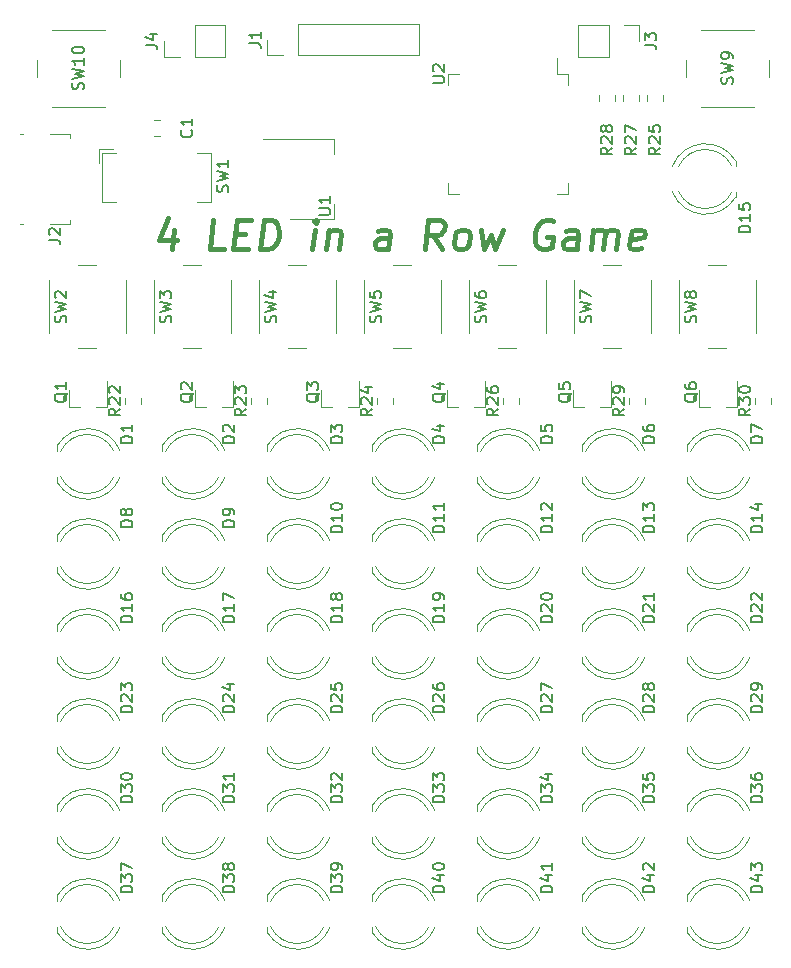
<source format=gbr>
G04 #@! TF.GenerationSoftware,KiCad,Pcbnew,5.1.5+dfsg1-2*
G04 #@! TF.CreationDate,2020-01-03T23:49:53-05:00*
G04 #@! TF.ProjectId,PCB,5043422e-6b69-4636-9164-5f7063625858,rev?*
G04 #@! TF.SameCoordinates,Original*
G04 #@! TF.FileFunction,Legend,Top*
G04 #@! TF.FilePolarity,Positive*
%FSLAX46Y46*%
G04 Gerber Fmt 4.6, Leading zero omitted, Abs format (unit mm)*
G04 Created by KiCad (PCBNEW 5.1.5+dfsg1-2) date 2020-01-03 23:49:53*
%MOMM*%
%LPD*%
G04 APERTURE LIST*
%ADD10C,0.400000*%
%ADD11C,0.120000*%
%ADD12C,0.150000*%
G04 APERTURE END LIST*
D10*
X162983101Y-56360285D02*
X162774767Y-58026952D01*
X162506910Y-55407904D02*
X161688458Y-57193619D01*
X163236077Y-57193619D01*
X167179529Y-58026952D02*
X165989053Y-58026952D01*
X166301553Y-55526952D01*
X168176553Y-56717428D02*
X169009886Y-56717428D01*
X169203339Y-58026952D02*
X168012863Y-58026952D01*
X168325363Y-55526952D01*
X169515839Y-55526952D01*
X170274767Y-58026952D02*
X170587267Y-55526952D01*
X171182505Y-55526952D01*
X171524767Y-55646000D01*
X171733101Y-55884095D01*
X171822386Y-56122190D01*
X171881910Y-56598380D01*
X171837267Y-56955523D01*
X171658696Y-57431714D01*
X171509886Y-57669809D01*
X171242029Y-57907904D01*
X170870005Y-58026952D01*
X170274767Y-58026952D01*
X174679529Y-58026952D02*
X174887863Y-56360285D01*
X174992029Y-55526952D02*
X174858101Y-55646000D01*
X174962267Y-55765047D01*
X175096196Y-55646000D01*
X174992029Y-55526952D01*
X174962267Y-55765047D01*
X176078339Y-56360285D02*
X175870005Y-58026952D01*
X176048577Y-56598380D02*
X176182505Y-56479333D01*
X176435482Y-56360285D01*
X176792625Y-56360285D01*
X177015839Y-56479333D01*
X177105125Y-56717428D01*
X176941434Y-58026952D01*
X181108101Y-58026952D02*
X181271791Y-56717428D01*
X181182505Y-56479333D01*
X180959291Y-56360285D01*
X180483101Y-56360285D01*
X180230124Y-56479333D01*
X181122982Y-57907904D02*
X180870005Y-58026952D01*
X180274767Y-58026952D01*
X180051553Y-57907904D01*
X179962267Y-57669809D01*
X179992029Y-57431714D01*
X180140839Y-57193619D01*
X180393815Y-57074571D01*
X180989053Y-57074571D01*
X181242029Y-56955523D01*
X185631910Y-58026952D02*
X184947386Y-56836476D01*
X184203339Y-58026952D02*
X184515839Y-55526952D01*
X185468220Y-55526952D01*
X185691434Y-55646000D01*
X185795601Y-55765047D01*
X185884886Y-56003142D01*
X185840244Y-56360285D01*
X185691434Y-56598380D01*
X185557505Y-56717428D01*
X185304529Y-56836476D01*
X184352148Y-56836476D01*
X187060482Y-58026952D02*
X186837267Y-57907904D01*
X186733101Y-57788857D01*
X186643815Y-57550761D01*
X186733101Y-56836476D01*
X186881910Y-56598380D01*
X187015839Y-56479333D01*
X187268815Y-56360285D01*
X187625958Y-56360285D01*
X187849172Y-56479333D01*
X187953339Y-56598380D01*
X188042625Y-56836476D01*
X187953339Y-57550761D01*
X187804529Y-57788857D01*
X187670601Y-57907904D01*
X187417624Y-58026952D01*
X187060482Y-58026952D01*
X188935482Y-56360285D02*
X189203339Y-58026952D01*
X189828339Y-56836476D01*
X190155720Y-58026952D01*
X190840244Y-56360285D01*
X195096196Y-55646000D02*
X194872982Y-55526952D01*
X194515839Y-55526952D01*
X194143815Y-55646000D01*
X193875958Y-55884095D01*
X193727148Y-56122190D01*
X193548577Y-56598380D01*
X193503934Y-56955523D01*
X193563458Y-57431714D01*
X193652744Y-57669809D01*
X193861077Y-57907904D01*
X194203339Y-58026952D01*
X194441434Y-58026952D01*
X194813458Y-57907904D01*
X194947386Y-57788857D01*
X195051553Y-56955523D01*
X194575363Y-56955523D01*
X197060482Y-58026952D02*
X197224172Y-56717428D01*
X197134886Y-56479333D01*
X196911672Y-56360285D01*
X196435482Y-56360285D01*
X196182505Y-56479333D01*
X197075363Y-57907904D02*
X196822386Y-58026952D01*
X196227148Y-58026952D01*
X196003934Y-57907904D01*
X195914648Y-57669809D01*
X195944410Y-57431714D01*
X196093220Y-57193619D01*
X196346196Y-57074571D01*
X196941434Y-57074571D01*
X197194410Y-56955523D01*
X198250958Y-58026952D02*
X198459291Y-56360285D01*
X198429529Y-56598380D02*
X198563458Y-56479333D01*
X198816434Y-56360285D01*
X199173577Y-56360285D01*
X199396791Y-56479333D01*
X199486077Y-56717428D01*
X199322386Y-58026952D01*
X199486077Y-56717428D02*
X199634886Y-56479333D01*
X199887863Y-56360285D01*
X200245005Y-56360285D01*
X200468220Y-56479333D01*
X200557505Y-56717428D01*
X200393815Y-58026952D01*
X202551553Y-57907904D02*
X202298577Y-58026952D01*
X201822386Y-58026952D01*
X201599172Y-57907904D01*
X201509886Y-57669809D01*
X201628934Y-56717428D01*
X201777744Y-56479333D01*
X202030720Y-56360285D01*
X202506910Y-56360285D01*
X202730125Y-56479333D01*
X202819410Y-56717428D01*
X202789648Y-56955523D01*
X201569410Y-57193619D01*
D11*
X212142000Y-70604748D02*
X212142000Y-71127252D01*
X213562000Y-70604748D02*
X213562000Y-71127252D01*
X201474000Y-70604748D02*
X201474000Y-71127252D01*
X202894000Y-70604748D02*
X202894000Y-71127252D01*
X198934000Y-44950748D02*
X198934000Y-45473252D01*
X200354000Y-44950748D02*
X200354000Y-45473252D01*
X200966000Y-44950748D02*
X200966000Y-45473252D01*
X202386000Y-44950748D02*
X202386000Y-45473252D01*
X190806000Y-70604748D02*
X190806000Y-71127252D01*
X192226000Y-70604748D02*
X192226000Y-71127252D01*
X202998000Y-44950748D02*
X202998000Y-45473252D01*
X204418000Y-44950748D02*
X204418000Y-45473252D01*
X202371000Y-39056000D02*
X202371000Y-40386000D01*
X201041000Y-39056000D02*
X202371000Y-39056000D01*
X199771000Y-39056000D02*
X199771000Y-41716000D01*
X199771000Y-41716000D02*
X197171000Y-41716000D01*
X199771000Y-39056000D02*
X197171000Y-39056000D01*
X197171000Y-39056000D02*
X197171000Y-41716000D01*
X195422000Y-43150000D02*
X195422000Y-41810000D01*
X196372000Y-43150000D02*
X195422000Y-43150000D01*
X196372000Y-44100000D02*
X196372000Y-43150000D01*
X196372000Y-53370000D02*
X195422000Y-53370000D01*
X196372000Y-52420000D02*
X196372000Y-53370000D01*
X186152000Y-43150000D02*
X187102000Y-43150000D01*
X186152000Y-44100000D02*
X186152000Y-43150000D01*
X186152000Y-53370000D02*
X187102000Y-53370000D01*
X186152000Y-52420000D02*
X186152000Y-53370000D01*
X170525000Y-48660000D02*
X176535000Y-48660000D01*
X172775000Y-55480000D02*
X176535000Y-55480000D01*
X176535000Y-48660000D02*
X176535000Y-49920000D01*
X176535000Y-55480000D02*
X176535000Y-54220000D01*
X158388000Y-43458000D02*
X158388000Y-41958000D01*
X157138000Y-39458000D02*
X152638000Y-39458000D01*
X151388000Y-41958000D02*
X151388000Y-43458000D01*
X152638000Y-45958000D02*
X157138000Y-45958000D01*
X213356000Y-43458000D02*
X213356000Y-41958000D01*
X212106000Y-39458000D02*
X207606000Y-39458000D01*
X206356000Y-41958000D02*
X206356000Y-43458000D01*
X207606000Y-45958000D02*
X212106000Y-45958000D01*
X209730000Y-59386000D02*
X208230000Y-59386000D01*
X205730000Y-60636000D02*
X205730000Y-65136000D01*
X208230000Y-66386000D02*
X209730000Y-66386000D01*
X212230000Y-65136000D02*
X212230000Y-60636000D01*
X200840000Y-59386000D02*
X199340000Y-59386000D01*
X196840000Y-60636000D02*
X196840000Y-65136000D01*
X199340000Y-66386000D02*
X200840000Y-66386000D01*
X203340000Y-65136000D02*
X203340000Y-60636000D01*
X191950000Y-59386000D02*
X190450000Y-59386000D01*
X187950000Y-60636000D02*
X187950000Y-65136000D01*
X190450000Y-66386000D02*
X191950000Y-66386000D01*
X194450000Y-65136000D02*
X194450000Y-60636000D01*
X183060000Y-59386000D02*
X181560000Y-59386000D01*
X179060000Y-60636000D02*
X179060000Y-65136000D01*
X181560000Y-66386000D02*
X183060000Y-66386000D01*
X185560000Y-65136000D02*
X185560000Y-60636000D01*
X174170000Y-59386000D02*
X172670000Y-59386000D01*
X170170000Y-60636000D02*
X170170000Y-65136000D01*
X172670000Y-66386000D02*
X174170000Y-66386000D01*
X176670000Y-65136000D02*
X176670000Y-60636000D01*
X165280000Y-59386000D02*
X163780000Y-59386000D01*
X161280000Y-60636000D02*
X161280000Y-65136000D01*
X163780000Y-66386000D02*
X165280000Y-66386000D01*
X167780000Y-65136000D02*
X167780000Y-60636000D01*
X156390000Y-59386000D02*
X154890000Y-59386000D01*
X152390000Y-60636000D02*
X152390000Y-65136000D01*
X154890000Y-66386000D02*
X156390000Y-66386000D01*
X158890000Y-65136000D02*
X158890000Y-60636000D01*
X158104000Y-49842000D02*
X156904000Y-49842000D01*
X156904000Y-49842000D02*
X156904000Y-54042000D01*
X156904000Y-54042000D02*
X158104000Y-54042000D01*
X164904000Y-49842000D02*
X166104000Y-49842000D01*
X166104000Y-49842000D02*
X166104000Y-54042000D01*
X166104000Y-54042000D02*
X164904000Y-54042000D01*
X157804000Y-49542000D02*
X156604000Y-49542000D01*
X156604000Y-49542000D02*
X156604000Y-50742000D01*
X180138000Y-70604748D02*
X180138000Y-71127252D01*
X181558000Y-70604748D02*
X181558000Y-71127252D01*
X169470000Y-70604748D02*
X169470000Y-71127252D01*
X170890000Y-70604748D02*
X170890000Y-71127252D01*
X158802000Y-70604748D02*
X158802000Y-71127252D01*
X160222000Y-70604748D02*
X160222000Y-71127252D01*
X207462000Y-71372000D02*
X207462000Y-69912000D01*
X210622000Y-71372000D02*
X210622000Y-69212000D01*
X210622000Y-71372000D02*
X209692000Y-71372000D01*
X207462000Y-71372000D02*
X208392000Y-71372000D01*
X196794000Y-71372000D02*
X196794000Y-69912000D01*
X199954000Y-71372000D02*
X199954000Y-69212000D01*
X199954000Y-71372000D02*
X199024000Y-71372000D01*
X196794000Y-71372000D02*
X197724000Y-71372000D01*
X186126000Y-71372000D02*
X186126000Y-69912000D01*
X189286000Y-71372000D02*
X189286000Y-69212000D01*
X189286000Y-71372000D02*
X188356000Y-71372000D01*
X186126000Y-71372000D02*
X187056000Y-71372000D01*
X175458000Y-71372000D02*
X175458000Y-69912000D01*
X178618000Y-71372000D02*
X178618000Y-69212000D01*
X178618000Y-71372000D02*
X177688000Y-71372000D01*
X175458000Y-71372000D02*
X176388000Y-71372000D01*
X164790000Y-71372000D02*
X164790000Y-69912000D01*
X167950000Y-71372000D02*
X167950000Y-69212000D01*
X167950000Y-71372000D02*
X167020000Y-71372000D01*
X164790000Y-71372000D02*
X165720000Y-71372000D01*
X154122000Y-71372000D02*
X154122000Y-69912000D01*
X157282000Y-71372000D02*
X157282000Y-69212000D01*
X157282000Y-71372000D02*
X156352000Y-71372000D01*
X154122000Y-71372000D02*
X155052000Y-71372000D01*
X162119000Y-41716000D02*
X162119000Y-40386000D01*
X163449000Y-41716000D02*
X162119000Y-41716000D01*
X164719000Y-41716000D02*
X164719000Y-39056000D01*
X164719000Y-39056000D02*
X167319000Y-39056000D01*
X164719000Y-41716000D02*
X167319000Y-41716000D01*
X167319000Y-41716000D02*
X167319000Y-39056000D01*
X149900000Y-48260000D02*
X150160000Y-48260000D01*
X152440000Y-48260000D02*
X154210000Y-48260000D01*
X154210000Y-48260000D02*
X154210000Y-48640000D01*
X154210000Y-55880000D02*
X152440000Y-55880000D01*
X150160000Y-55880000D02*
X149900000Y-55880000D01*
X154210000Y-55880000D02*
X154210000Y-55500000D01*
X170882000Y-41589000D02*
X170882000Y-40259000D01*
X172212000Y-41589000D02*
X170882000Y-41589000D01*
X173482000Y-41589000D02*
X173482000Y-38929000D01*
X173482000Y-38929000D02*
X183702000Y-38929000D01*
X173482000Y-41589000D02*
X183702000Y-41589000D01*
X183702000Y-41589000D02*
X183702000Y-38929000D01*
X206418500Y-115380000D02*
X206418500Y-115845000D01*
X206418500Y-112755000D02*
X206418500Y-113220000D01*
X211232979Y-115380429D02*
G75*
G02X206723816Y-115380000I-2254479J1080429D01*
G01*
X211232979Y-113219571D02*
G75*
G03X206723816Y-113220000I-2254479J-1080429D01*
G01*
X211766315Y-115380827D02*
G75*
G02X206418500Y-115844830I-2787815J1080827D01*
G01*
X211766315Y-113219173D02*
G75*
G03X206418500Y-112755170I-2787815J-1080827D01*
G01*
X197528500Y-115380000D02*
X197528500Y-115845000D01*
X197528500Y-112755000D02*
X197528500Y-113220000D01*
X202342979Y-115380429D02*
G75*
G02X197833816Y-115380000I-2254479J1080429D01*
G01*
X202342979Y-113219571D02*
G75*
G03X197833816Y-113220000I-2254479J-1080429D01*
G01*
X202876315Y-115380827D02*
G75*
G02X197528500Y-115844830I-2787815J1080827D01*
G01*
X202876315Y-113219173D02*
G75*
G03X197528500Y-112755170I-2787815J-1080827D01*
G01*
X188638500Y-115380000D02*
X188638500Y-115845000D01*
X188638500Y-112755000D02*
X188638500Y-113220000D01*
X193452979Y-115380429D02*
G75*
G02X188943816Y-115380000I-2254479J1080429D01*
G01*
X193452979Y-113219571D02*
G75*
G03X188943816Y-113220000I-2254479J-1080429D01*
G01*
X193986315Y-115380827D02*
G75*
G02X188638500Y-115844830I-2787815J1080827D01*
G01*
X193986315Y-113219173D02*
G75*
G03X188638500Y-112755170I-2787815J-1080827D01*
G01*
X179748500Y-115380000D02*
X179748500Y-115845000D01*
X179748500Y-112755000D02*
X179748500Y-113220000D01*
X184562979Y-115380429D02*
G75*
G02X180053816Y-115380000I-2254479J1080429D01*
G01*
X184562979Y-113219571D02*
G75*
G03X180053816Y-113220000I-2254479J-1080429D01*
G01*
X185096315Y-115380827D02*
G75*
G02X179748500Y-115844830I-2787815J1080827D01*
G01*
X185096315Y-113219173D02*
G75*
G03X179748500Y-112755170I-2787815J-1080827D01*
G01*
X170858500Y-115380000D02*
X170858500Y-115845000D01*
X170858500Y-112755000D02*
X170858500Y-113220000D01*
X175672979Y-115380429D02*
G75*
G02X171163816Y-115380000I-2254479J1080429D01*
G01*
X175672979Y-113219571D02*
G75*
G03X171163816Y-113220000I-2254479J-1080429D01*
G01*
X176206315Y-115380827D02*
G75*
G02X170858500Y-115844830I-2787815J1080827D01*
G01*
X176206315Y-113219173D02*
G75*
G03X170858500Y-112755170I-2787815J-1080827D01*
G01*
X161968500Y-115380000D02*
X161968500Y-115845000D01*
X161968500Y-112755000D02*
X161968500Y-113220000D01*
X166782979Y-115380429D02*
G75*
G02X162273816Y-115380000I-2254479J1080429D01*
G01*
X166782979Y-113219571D02*
G75*
G03X162273816Y-113220000I-2254479J-1080429D01*
G01*
X167316315Y-115380827D02*
G75*
G02X161968500Y-115844830I-2787815J1080827D01*
G01*
X167316315Y-113219173D02*
G75*
G03X161968500Y-112755170I-2787815J-1080827D01*
G01*
X153078500Y-115380000D02*
X153078500Y-115845000D01*
X153078500Y-112755000D02*
X153078500Y-113220000D01*
X157892979Y-115380429D02*
G75*
G02X153383816Y-115380000I-2254479J1080429D01*
G01*
X157892979Y-113219571D02*
G75*
G03X153383816Y-113220000I-2254479J-1080429D01*
G01*
X158426315Y-115380827D02*
G75*
G02X153078500Y-115844830I-2787815J1080827D01*
G01*
X158426315Y-113219173D02*
G75*
G03X153078500Y-112755170I-2787815J-1080827D01*
G01*
X206418500Y-107760000D02*
X206418500Y-108225000D01*
X206418500Y-105135000D02*
X206418500Y-105600000D01*
X211232979Y-107760429D02*
G75*
G02X206723816Y-107760000I-2254479J1080429D01*
G01*
X211232979Y-105599571D02*
G75*
G03X206723816Y-105600000I-2254479J-1080429D01*
G01*
X211766315Y-107760827D02*
G75*
G02X206418500Y-108224830I-2787815J1080827D01*
G01*
X211766315Y-105599173D02*
G75*
G03X206418500Y-105135170I-2787815J-1080827D01*
G01*
X197528500Y-107760000D02*
X197528500Y-108225000D01*
X197528500Y-105135000D02*
X197528500Y-105600000D01*
X202342979Y-107760429D02*
G75*
G02X197833816Y-107760000I-2254479J1080429D01*
G01*
X202342979Y-105599571D02*
G75*
G03X197833816Y-105600000I-2254479J-1080429D01*
G01*
X202876315Y-107760827D02*
G75*
G02X197528500Y-108224830I-2787815J1080827D01*
G01*
X202876315Y-105599173D02*
G75*
G03X197528500Y-105135170I-2787815J-1080827D01*
G01*
X188638500Y-107760000D02*
X188638500Y-108225000D01*
X188638500Y-105135000D02*
X188638500Y-105600000D01*
X193452979Y-107760429D02*
G75*
G02X188943816Y-107760000I-2254479J1080429D01*
G01*
X193452979Y-105599571D02*
G75*
G03X188943816Y-105600000I-2254479J-1080429D01*
G01*
X193986315Y-107760827D02*
G75*
G02X188638500Y-108224830I-2787815J1080827D01*
G01*
X193986315Y-105599173D02*
G75*
G03X188638500Y-105135170I-2787815J-1080827D01*
G01*
X179748500Y-107760000D02*
X179748500Y-108225000D01*
X179748500Y-105135000D02*
X179748500Y-105600000D01*
X184562979Y-107760429D02*
G75*
G02X180053816Y-107760000I-2254479J1080429D01*
G01*
X184562979Y-105599571D02*
G75*
G03X180053816Y-105600000I-2254479J-1080429D01*
G01*
X185096315Y-107760827D02*
G75*
G02X179748500Y-108224830I-2787815J1080827D01*
G01*
X185096315Y-105599173D02*
G75*
G03X179748500Y-105135170I-2787815J-1080827D01*
G01*
X170858500Y-107760000D02*
X170858500Y-108225000D01*
X170858500Y-105135000D02*
X170858500Y-105600000D01*
X175672979Y-107760429D02*
G75*
G02X171163816Y-107760000I-2254479J1080429D01*
G01*
X175672979Y-105599571D02*
G75*
G03X171163816Y-105600000I-2254479J-1080429D01*
G01*
X176206315Y-107760827D02*
G75*
G02X170858500Y-108224830I-2787815J1080827D01*
G01*
X176206315Y-105599173D02*
G75*
G03X170858500Y-105135170I-2787815J-1080827D01*
G01*
X161968500Y-107760000D02*
X161968500Y-108225000D01*
X161968500Y-105135000D02*
X161968500Y-105600000D01*
X166782979Y-107760429D02*
G75*
G02X162273816Y-107760000I-2254479J1080429D01*
G01*
X166782979Y-105599571D02*
G75*
G03X162273816Y-105600000I-2254479J-1080429D01*
G01*
X167316315Y-107760827D02*
G75*
G02X161968500Y-108224830I-2787815J1080827D01*
G01*
X167316315Y-105599173D02*
G75*
G03X161968500Y-105135170I-2787815J-1080827D01*
G01*
X153078500Y-107760000D02*
X153078500Y-108225000D01*
X153078500Y-105135000D02*
X153078500Y-105600000D01*
X157892979Y-107760429D02*
G75*
G02X153383816Y-107760000I-2254479J1080429D01*
G01*
X157892979Y-105599571D02*
G75*
G03X153383816Y-105600000I-2254479J-1080429D01*
G01*
X158426315Y-107760827D02*
G75*
G02X153078500Y-108224830I-2787815J1080827D01*
G01*
X158426315Y-105599173D02*
G75*
G03X153078500Y-105135170I-2787815J-1080827D01*
G01*
X206418500Y-100140000D02*
X206418500Y-100605000D01*
X206418500Y-97515000D02*
X206418500Y-97980000D01*
X211232979Y-100140429D02*
G75*
G02X206723816Y-100140000I-2254479J1080429D01*
G01*
X211232979Y-97979571D02*
G75*
G03X206723816Y-97980000I-2254479J-1080429D01*
G01*
X211766315Y-100140827D02*
G75*
G02X206418500Y-100604830I-2787815J1080827D01*
G01*
X211766315Y-97979173D02*
G75*
G03X206418500Y-97515170I-2787815J-1080827D01*
G01*
X197528500Y-100140000D02*
X197528500Y-100605000D01*
X197528500Y-97515000D02*
X197528500Y-97980000D01*
X202342979Y-100140429D02*
G75*
G02X197833816Y-100140000I-2254479J1080429D01*
G01*
X202342979Y-97979571D02*
G75*
G03X197833816Y-97980000I-2254479J-1080429D01*
G01*
X202876315Y-100140827D02*
G75*
G02X197528500Y-100604830I-2787815J1080827D01*
G01*
X202876315Y-97979173D02*
G75*
G03X197528500Y-97515170I-2787815J-1080827D01*
G01*
X188638500Y-100140000D02*
X188638500Y-100605000D01*
X188638500Y-97515000D02*
X188638500Y-97980000D01*
X193452979Y-100140429D02*
G75*
G02X188943816Y-100140000I-2254479J1080429D01*
G01*
X193452979Y-97979571D02*
G75*
G03X188943816Y-97980000I-2254479J-1080429D01*
G01*
X193986315Y-100140827D02*
G75*
G02X188638500Y-100604830I-2787815J1080827D01*
G01*
X193986315Y-97979173D02*
G75*
G03X188638500Y-97515170I-2787815J-1080827D01*
G01*
X179748500Y-100140000D02*
X179748500Y-100605000D01*
X179748500Y-97515000D02*
X179748500Y-97980000D01*
X184562979Y-100140429D02*
G75*
G02X180053816Y-100140000I-2254479J1080429D01*
G01*
X184562979Y-97979571D02*
G75*
G03X180053816Y-97980000I-2254479J-1080429D01*
G01*
X185096315Y-100140827D02*
G75*
G02X179748500Y-100604830I-2787815J1080827D01*
G01*
X185096315Y-97979173D02*
G75*
G03X179748500Y-97515170I-2787815J-1080827D01*
G01*
X170858500Y-100140000D02*
X170858500Y-100605000D01*
X170858500Y-97515000D02*
X170858500Y-97980000D01*
X175672979Y-100140429D02*
G75*
G02X171163816Y-100140000I-2254479J1080429D01*
G01*
X175672979Y-97979571D02*
G75*
G03X171163816Y-97980000I-2254479J-1080429D01*
G01*
X176206315Y-100140827D02*
G75*
G02X170858500Y-100604830I-2787815J1080827D01*
G01*
X176206315Y-97979173D02*
G75*
G03X170858500Y-97515170I-2787815J-1080827D01*
G01*
X161968500Y-100140000D02*
X161968500Y-100605000D01*
X161968500Y-97515000D02*
X161968500Y-97980000D01*
X166782979Y-100140429D02*
G75*
G02X162273816Y-100140000I-2254479J1080429D01*
G01*
X166782979Y-97979571D02*
G75*
G03X162273816Y-97980000I-2254479J-1080429D01*
G01*
X167316315Y-100140827D02*
G75*
G02X161968500Y-100604830I-2787815J1080827D01*
G01*
X167316315Y-97979173D02*
G75*
G03X161968500Y-97515170I-2787815J-1080827D01*
G01*
X153078500Y-100140000D02*
X153078500Y-100605000D01*
X153078500Y-97515000D02*
X153078500Y-97980000D01*
X157892979Y-100140429D02*
G75*
G02X153383816Y-100140000I-2254479J1080429D01*
G01*
X157892979Y-97979571D02*
G75*
G03X153383816Y-97980000I-2254479J-1080429D01*
G01*
X158426315Y-100140827D02*
G75*
G02X153078500Y-100604830I-2787815J1080827D01*
G01*
X158426315Y-97979173D02*
G75*
G03X153078500Y-97515170I-2787815J-1080827D01*
G01*
X206418500Y-92520000D02*
X206418500Y-92985000D01*
X206418500Y-89895000D02*
X206418500Y-90360000D01*
X211232979Y-92520429D02*
G75*
G02X206723816Y-92520000I-2254479J1080429D01*
G01*
X211232979Y-90359571D02*
G75*
G03X206723816Y-90360000I-2254479J-1080429D01*
G01*
X211766315Y-92520827D02*
G75*
G02X206418500Y-92984830I-2787815J1080827D01*
G01*
X211766315Y-90359173D02*
G75*
G03X206418500Y-89895170I-2787815J-1080827D01*
G01*
X197528500Y-92520000D02*
X197528500Y-92985000D01*
X197528500Y-89895000D02*
X197528500Y-90360000D01*
X202342979Y-92520429D02*
G75*
G02X197833816Y-92520000I-2254479J1080429D01*
G01*
X202342979Y-90359571D02*
G75*
G03X197833816Y-90360000I-2254479J-1080429D01*
G01*
X202876315Y-92520827D02*
G75*
G02X197528500Y-92984830I-2787815J1080827D01*
G01*
X202876315Y-90359173D02*
G75*
G03X197528500Y-89895170I-2787815J-1080827D01*
G01*
X188638500Y-92520000D02*
X188638500Y-92985000D01*
X188638500Y-89895000D02*
X188638500Y-90360000D01*
X193452979Y-92520429D02*
G75*
G02X188943816Y-92520000I-2254479J1080429D01*
G01*
X193452979Y-90359571D02*
G75*
G03X188943816Y-90360000I-2254479J-1080429D01*
G01*
X193986315Y-92520827D02*
G75*
G02X188638500Y-92984830I-2787815J1080827D01*
G01*
X193986315Y-90359173D02*
G75*
G03X188638500Y-89895170I-2787815J-1080827D01*
G01*
X179748500Y-92520000D02*
X179748500Y-92985000D01*
X179748500Y-89895000D02*
X179748500Y-90360000D01*
X184562979Y-92520429D02*
G75*
G02X180053816Y-92520000I-2254479J1080429D01*
G01*
X184562979Y-90359571D02*
G75*
G03X180053816Y-90360000I-2254479J-1080429D01*
G01*
X185096315Y-92520827D02*
G75*
G02X179748500Y-92984830I-2787815J1080827D01*
G01*
X185096315Y-90359173D02*
G75*
G03X179748500Y-89895170I-2787815J-1080827D01*
G01*
X170858500Y-92520000D02*
X170858500Y-92985000D01*
X170858500Y-89895000D02*
X170858500Y-90360000D01*
X175672979Y-92520429D02*
G75*
G02X171163816Y-92520000I-2254479J1080429D01*
G01*
X175672979Y-90359571D02*
G75*
G03X171163816Y-90360000I-2254479J-1080429D01*
G01*
X176206315Y-92520827D02*
G75*
G02X170858500Y-92984830I-2787815J1080827D01*
G01*
X176206315Y-90359173D02*
G75*
G03X170858500Y-89895170I-2787815J-1080827D01*
G01*
X161968500Y-92520000D02*
X161968500Y-92985000D01*
X161968500Y-89895000D02*
X161968500Y-90360000D01*
X166782979Y-92520429D02*
G75*
G02X162273816Y-92520000I-2254479J1080429D01*
G01*
X166782979Y-90359571D02*
G75*
G03X162273816Y-90360000I-2254479J-1080429D01*
G01*
X167316315Y-92520827D02*
G75*
G02X161968500Y-92984830I-2787815J1080827D01*
G01*
X167316315Y-90359173D02*
G75*
G03X161968500Y-89895170I-2787815J-1080827D01*
G01*
X153078500Y-92520000D02*
X153078500Y-92985000D01*
X153078500Y-89895000D02*
X153078500Y-90360000D01*
X157892979Y-92520429D02*
G75*
G02X153383816Y-92520000I-2254479J1080429D01*
G01*
X157892979Y-90359571D02*
G75*
G03X153383816Y-90360000I-2254479J-1080429D01*
G01*
X158426315Y-92520827D02*
G75*
G02X153078500Y-92984830I-2787815J1080827D01*
G01*
X158426315Y-90359173D02*
G75*
G03X153078500Y-89895170I-2787815J-1080827D01*
G01*
X210522500Y-50990000D02*
X210522500Y-50525000D01*
X210522500Y-53615000D02*
X210522500Y-53150000D01*
X205708021Y-50989571D02*
G75*
G02X210217184Y-50990000I2254479J-1080429D01*
G01*
X205708021Y-53150429D02*
G75*
G03X210217184Y-53150000I2254479J1080429D01*
G01*
X205174685Y-50989173D02*
G75*
G02X210522500Y-50525170I2787815J-1080827D01*
G01*
X205174685Y-53150827D02*
G75*
G03X210522500Y-53614830I2787815J1080827D01*
G01*
X206418500Y-84900000D02*
X206418500Y-85365000D01*
X206418500Y-82275000D02*
X206418500Y-82740000D01*
X211232979Y-84900429D02*
G75*
G02X206723816Y-84900000I-2254479J1080429D01*
G01*
X211232979Y-82739571D02*
G75*
G03X206723816Y-82740000I-2254479J-1080429D01*
G01*
X211766315Y-84900827D02*
G75*
G02X206418500Y-85364830I-2787815J1080827D01*
G01*
X211766315Y-82739173D02*
G75*
G03X206418500Y-82275170I-2787815J-1080827D01*
G01*
X197528500Y-84900000D02*
X197528500Y-85365000D01*
X197528500Y-82275000D02*
X197528500Y-82740000D01*
X202342979Y-84900429D02*
G75*
G02X197833816Y-84900000I-2254479J1080429D01*
G01*
X202342979Y-82739571D02*
G75*
G03X197833816Y-82740000I-2254479J-1080429D01*
G01*
X202876315Y-84900827D02*
G75*
G02X197528500Y-85364830I-2787815J1080827D01*
G01*
X202876315Y-82739173D02*
G75*
G03X197528500Y-82275170I-2787815J-1080827D01*
G01*
X188638500Y-84900000D02*
X188638500Y-85365000D01*
X188638500Y-82275000D02*
X188638500Y-82740000D01*
X193452979Y-84900429D02*
G75*
G02X188943816Y-84900000I-2254479J1080429D01*
G01*
X193452979Y-82739571D02*
G75*
G03X188943816Y-82740000I-2254479J-1080429D01*
G01*
X193986315Y-84900827D02*
G75*
G02X188638500Y-85364830I-2787815J1080827D01*
G01*
X193986315Y-82739173D02*
G75*
G03X188638500Y-82275170I-2787815J-1080827D01*
G01*
X179748500Y-84900000D02*
X179748500Y-85365000D01*
X179748500Y-82275000D02*
X179748500Y-82740000D01*
X184562979Y-84900429D02*
G75*
G02X180053816Y-84900000I-2254479J1080429D01*
G01*
X184562979Y-82739571D02*
G75*
G03X180053816Y-82740000I-2254479J-1080429D01*
G01*
X185096315Y-84900827D02*
G75*
G02X179748500Y-85364830I-2787815J1080827D01*
G01*
X185096315Y-82739173D02*
G75*
G03X179748500Y-82275170I-2787815J-1080827D01*
G01*
X170858500Y-84900000D02*
X170858500Y-85365000D01*
X170858500Y-82275000D02*
X170858500Y-82740000D01*
X175672979Y-84900429D02*
G75*
G02X171163816Y-84900000I-2254479J1080429D01*
G01*
X175672979Y-82739571D02*
G75*
G03X171163816Y-82740000I-2254479J-1080429D01*
G01*
X176206315Y-84900827D02*
G75*
G02X170858500Y-85364830I-2787815J1080827D01*
G01*
X176206315Y-82739173D02*
G75*
G03X170858500Y-82275170I-2787815J-1080827D01*
G01*
X161968500Y-84900000D02*
X161968500Y-85365000D01*
X161968500Y-82275000D02*
X161968500Y-82740000D01*
X166782979Y-84900429D02*
G75*
G02X162273816Y-84900000I-2254479J1080429D01*
G01*
X166782979Y-82739571D02*
G75*
G03X162273816Y-82740000I-2254479J-1080429D01*
G01*
X167316315Y-84900827D02*
G75*
G02X161968500Y-85364830I-2787815J1080827D01*
G01*
X167316315Y-82739173D02*
G75*
G03X161968500Y-82275170I-2787815J-1080827D01*
G01*
X153078500Y-84900000D02*
X153078500Y-85365000D01*
X153078500Y-82275000D02*
X153078500Y-82740000D01*
X157892979Y-84900429D02*
G75*
G02X153383816Y-84900000I-2254479J1080429D01*
G01*
X157892979Y-82739571D02*
G75*
G03X153383816Y-82740000I-2254479J-1080429D01*
G01*
X158426315Y-84900827D02*
G75*
G02X153078500Y-85364830I-2787815J1080827D01*
G01*
X158426315Y-82739173D02*
G75*
G03X153078500Y-82275170I-2787815J-1080827D01*
G01*
X206418500Y-77280000D02*
X206418500Y-77745000D01*
X206418500Y-74655000D02*
X206418500Y-75120000D01*
X211232979Y-77280429D02*
G75*
G02X206723816Y-77280000I-2254479J1080429D01*
G01*
X211232979Y-75119571D02*
G75*
G03X206723816Y-75120000I-2254479J-1080429D01*
G01*
X211766315Y-77280827D02*
G75*
G02X206418500Y-77744830I-2787815J1080827D01*
G01*
X211766315Y-75119173D02*
G75*
G03X206418500Y-74655170I-2787815J-1080827D01*
G01*
X197528500Y-77280000D02*
X197528500Y-77745000D01*
X197528500Y-74655000D02*
X197528500Y-75120000D01*
X202342979Y-77280429D02*
G75*
G02X197833816Y-77280000I-2254479J1080429D01*
G01*
X202342979Y-75119571D02*
G75*
G03X197833816Y-75120000I-2254479J-1080429D01*
G01*
X202876315Y-77280827D02*
G75*
G02X197528500Y-77744830I-2787815J1080827D01*
G01*
X202876315Y-75119173D02*
G75*
G03X197528500Y-74655170I-2787815J-1080827D01*
G01*
X188638500Y-77280000D02*
X188638500Y-77745000D01*
X188638500Y-74655000D02*
X188638500Y-75120000D01*
X193452979Y-77280429D02*
G75*
G02X188943816Y-77280000I-2254479J1080429D01*
G01*
X193452979Y-75119571D02*
G75*
G03X188943816Y-75120000I-2254479J-1080429D01*
G01*
X193986315Y-77280827D02*
G75*
G02X188638500Y-77744830I-2787815J1080827D01*
G01*
X193986315Y-75119173D02*
G75*
G03X188638500Y-74655170I-2787815J-1080827D01*
G01*
X179748500Y-77280000D02*
X179748500Y-77745000D01*
X179748500Y-74655000D02*
X179748500Y-75120000D01*
X184562979Y-77280429D02*
G75*
G02X180053816Y-77280000I-2254479J1080429D01*
G01*
X184562979Y-75119571D02*
G75*
G03X180053816Y-75120000I-2254479J-1080429D01*
G01*
X185096315Y-77280827D02*
G75*
G02X179748500Y-77744830I-2787815J1080827D01*
G01*
X185096315Y-75119173D02*
G75*
G03X179748500Y-74655170I-2787815J-1080827D01*
G01*
X170858500Y-77280000D02*
X170858500Y-77745000D01*
X170858500Y-74655000D02*
X170858500Y-75120000D01*
X175672979Y-77280429D02*
G75*
G02X171163816Y-77280000I-2254479J1080429D01*
G01*
X175672979Y-75119571D02*
G75*
G03X171163816Y-75120000I-2254479J-1080429D01*
G01*
X176206315Y-77280827D02*
G75*
G02X170858500Y-77744830I-2787815J1080827D01*
G01*
X176206315Y-75119173D02*
G75*
G03X170858500Y-74655170I-2787815J-1080827D01*
G01*
X161968500Y-77280000D02*
X161968500Y-77745000D01*
X161968500Y-74655000D02*
X161968500Y-75120000D01*
X166782979Y-77280429D02*
G75*
G02X162273816Y-77280000I-2254479J1080429D01*
G01*
X166782979Y-75119571D02*
G75*
G03X162273816Y-75120000I-2254479J-1080429D01*
G01*
X167316315Y-77280827D02*
G75*
G02X161968500Y-77744830I-2787815J1080827D01*
G01*
X167316315Y-75119173D02*
G75*
G03X161968500Y-74655170I-2787815J-1080827D01*
G01*
X153078500Y-77280000D02*
X153078500Y-77745000D01*
X153078500Y-74655000D02*
X153078500Y-75120000D01*
X157892979Y-77280429D02*
G75*
G02X153383816Y-77280000I-2254479J1080429D01*
G01*
X157892979Y-75119571D02*
G75*
G03X153383816Y-75120000I-2254479J-1080429D01*
G01*
X158426315Y-77280827D02*
G75*
G02X153078500Y-77744830I-2787815J1080827D01*
G01*
X158426315Y-75119173D02*
G75*
G03X153078500Y-74655170I-2787815J-1080827D01*
G01*
X161282748Y-48462000D02*
X161805252Y-48462000D01*
X161282748Y-47042000D02*
X161805252Y-47042000D01*
D12*
X211780380Y-71508857D02*
X211304190Y-71842190D01*
X211780380Y-72080285D02*
X210780380Y-72080285D01*
X210780380Y-71699333D01*
X210828000Y-71604095D01*
X210875619Y-71556476D01*
X210970857Y-71508857D01*
X211113714Y-71508857D01*
X211208952Y-71556476D01*
X211256571Y-71604095D01*
X211304190Y-71699333D01*
X211304190Y-72080285D01*
X210780380Y-71175523D02*
X210780380Y-70556476D01*
X211161333Y-70889809D01*
X211161333Y-70746952D01*
X211208952Y-70651714D01*
X211256571Y-70604095D01*
X211351809Y-70556476D01*
X211589904Y-70556476D01*
X211685142Y-70604095D01*
X211732761Y-70651714D01*
X211780380Y-70746952D01*
X211780380Y-71032666D01*
X211732761Y-71127904D01*
X211685142Y-71175523D01*
X210780380Y-69937428D02*
X210780380Y-69842190D01*
X210828000Y-69746952D01*
X210875619Y-69699333D01*
X210970857Y-69651714D01*
X211161333Y-69604095D01*
X211399428Y-69604095D01*
X211589904Y-69651714D01*
X211685142Y-69699333D01*
X211732761Y-69746952D01*
X211780380Y-69842190D01*
X211780380Y-69937428D01*
X211732761Y-70032666D01*
X211685142Y-70080285D01*
X211589904Y-70127904D01*
X211399428Y-70175523D01*
X211161333Y-70175523D01*
X210970857Y-70127904D01*
X210875619Y-70080285D01*
X210828000Y-70032666D01*
X210780380Y-69937428D01*
X201112380Y-71508857D02*
X200636190Y-71842190D01*
X201112380Y-72080285D02*
X200112380Y-72080285D01*
X200112380Y-71699333D01*
X200160000Y-71604095D01*
X200207619Y-71556476D01*
X200302857Y-71508857D01*
X200445714Y-71508857D01*
X200540952Y-71556476D01*
X200588571Y-71604095D01*
X200636190Y-71699333D01*
X200636190Y-72080285D01*
X200207619Y-71127904D02*
X200160000Y-71080285D01*
X200112380Y-70985047D01*
X200112380Y-70746952D01*
X200160000Y-70651714D01*
X200207619Y-70604095D01*
X200302857Y-70556476D01*
X200398095Y-70556476D01*
X200540952Y-70604095D01*
X201112380Y-71175523D01*
X201112380Y-70556476D01*
X201112380Y-70080285D02*
X201112380Y-69889809D01*
X201064761Y-69794571D01*
X201017142Y-69746952D01*
X200874285Y-69651714D01*
X200683809Y-69604095D01*
X200302857Y-69604095D01*
X200207619Y-69651714D01*
X200160000Y-69699333D01*
X200112380Y-69794571D01*
X200112380Y-69985047D01*
X200160000Y-70080285D01*
X200207619Y-70127904D01*
X200302857Y-70175523D01*
X200540952Y-70175523D01*
X200636190Y-70127904D01*
X200683809Y-70080285D01*
X200731428Y-69985047D01*
X200731428Y-69794571D01*
X200683809Y-69699333D01*
X200636190Y-69651714D01*
X200540952Y-69604095D01*
X200096380Y-49410857D02*
X199620190Y-49744190D01*
X200096380Y-49982285D02*
X199096380Y-49982285D01*
X199096380Y-49601333D01*
X199144000Y-49506095D01*
X199191619Y-49458476D01*
X199286857Y-49410857D01*
X199429714Y-49410857D01*
X199524952Y-49458476D01*
X199572571Y-49506095D01*
X199620190Y-49601333D01*
X199620190Y-49982285D01*
X199191619Y-49029904D02*
X199144000Y-48982285D01*
X199096380Y-48887047D01*
X199096380Y-48648952D01*
X199144000Y-48553714D01*
X199191619Y-48506095D01*
X199286857Y-48458476D01*
X199382095Y-48458476D01*
X199524952Y-48506095D01*
X200096380Y-49077523D01*
X200096380Y-48458476D01*
X199524952Y-47887047D02*
X199477333Y-47982285D01*
X199429714Y-48029904D01*
X199334476Y-48077523D01*
X199286857Y-48077523D01*
X199191619Y-48029904D01*
X199144000Y-47982285D01*
X199096380Y-47887047D01*
X199096380Y-47696571D01*
X199144000Y-47601333D01*
X199191619Y-47553714D01*
X199286857Y-47506095D01*
X199334476Y-47506095D01*
X199429714Y-47553714D01*
X199477333Y-47601333D01*
X199524952Y-47696571D01*
X199524952Y-47887047D01*
X199572571Y-47982285D01*
X199620190Y-48029904D01*
X199715428Y-48077523D01*
X199905904Y-48077523D01*
X200001142Y-48029904D01*
X200048761Y-47982285D01*
X200096380Y-47887047D01*
X200096380Y-47696571D01*
X200048761Y-47601333D01*
X200001142Y-47553714D01*
X199905904Y-47506095D01*
X199715428Y-47506095D01*
X199620190Y-47553714D01*
X199572571Y-47601333D01*
X199524952Y-47696571D01*
X202128380Y-49410857D02*
X201652190Y-49744190D01*
X202128380Y-49982285D02*
X201128380Y-49982285D01*
X201128380Y-49601333D01*
X201176000Y-49506095D01*
X201223619Y-49458476D01*
X201318857Y-49410857D01*
X201461714Y-49410857D01*
X201556952Y-49458476D01*
X201604571Y-49506095D01*
X201652190Y-49601333D01*
X201652190Y-49982285D01*
X201223619Y-49029904D02*
X201176000Y-48982285D01*
X201128380Y-48887047D01*
X201128380Y-48648952D01*
X201176000Y-48553714D01*
X201223619Y-48506095D01*
X201318857Y-48458476D01*
X201414095Y-48458476D01*
X201556952Y-48506095D01*
X202128380Y-49077523D01*
X202128380Y-48458476D01*
X201128380Y-48125142D02*
X201128380Y-47458476D01*
X202128380Y-47887047D01*
X190444380Y-71508857D02*
X189968190Y-71842190D01*
X190444380Y-72080285D02*
X189444380Y-72080285D01*
X189444380Y-71699333D01*
X189492000Y-71604095D01*
X189539619Y-71556476D01*
X189634857Y-71508857D01*
X189777714Y-71508857D01*
X189872952Y-71556476D01*
X189920571Y-71604095D01*
X189968190Y-71699333D01*
X189968190Y-72080285D01*
X189539619Y-71127904D02*
X189492000Y-71080285D01*
X189444380Y-70985047D01*
X189444380Y-70746952D01*
X189492000Y-70651714D01*
X189539619Y-70604095D01*
X189634857Y-70556476D01*
X189730095Y-70556476D01*
X189872952Y-70604095D01*
X190444380Y-71175523D01*
X190444380Y-70556476D01*
X189444380Y-69699333D02*
X189444380Y-69889809D01*
X189492000Y-69985047D01*
X189539619Y-70032666D01*
X189682476Y-70127904D01*
X189872952Y-70175523D01*
X190253904Y-70175523D01*
X190349142Y-70127904D01*
X190396761Y-70080285D01*
X190444380Y-69985047D01*
X190444380Y-69794571D01*
X190396761Y-69699333D01*
X190349142Y-69651714D01*
X190253904Y-69604095D01*
X190015809Y-69604095D01*
X189920571Y-69651714D01*
X189872952Y-69699333D01*
X189825333Y-69794571D01*
X189825333Y-69985047D01*
X189872952Y-70080285D01*
X189920571Y-70127904D01*
X190015809Y-70175523D01*
X204160380Y-49410857D02*
X203684190Y-49744190D01*
X204160380Y-49982285D02*
X203160380Y-49982285D01*
X203160380Y-49601333D01*
X203208000Y-49506095D01*
X203255619Y-49458476D01*
X203350857Y-49410857D01*
X203493714Y-49410857D01*
X203588952Y-49458476D01*
X203636571Y-49506095D01*
X203684190Y-49601333D01*
X203684190Y-49982285D01*
X203255619Y-49029904D02*
X203208000Y-48982285D01*
X203160380Y-48887047D01*
X203160380Y-48648952D01*
X203208000Y-48553714D01*
X203255619Y-48506095D01*
X203350857Y-48458476D01*
X203446095Y-48458476D01*
X203588952Y-48506095D01*
X204160380Y-49077523D01*
X204160380Y-48458476D01*
X203160380Y-47553714D02*
X203160380Y-48029904D01*
X203636571Y-48077523D01*
X203588952Y-48029904D01*
X203541333Y-47934666D01*
X203541333Y-47696571D01*
X203588952Y-47601333D01*
X203636571Y-47553714D01*
X203731809Y-47506095D01*
X203969904Y-47506095D01*
X204065142Y-47553714D01*
X204112761Y-47601333D01*
X204160380Y-47696571D01*
X204160380Y-47934666D01*
X204112761Y-48029904D01*
X204065142Y-48077523D01*
X202823380Y-40719333D02*
X203537666Y-40719333D01*
X203680523Y-40766952D01*
X203775761Y-40862190D01*
X203823380Y-41005047D01*
X203823380Y-41100285D01*
X202823380Y-40338380D02*
X202823380Y-39719333D01*
X203204333Y-40052666D01*
X203204333Y-39909809D01*
X203251952Y-39814571D01*
X203299571Y-39766952D01*
X203394809Y-39719333D01*
X203632904Y-39719333D01*
X203728142Y-39766952D01*
X203775761Y-39814571D01*
X203823380Y-39909809D01*
X203823380Y-40195523D01*
X203775761Y-40290761D01*
X203728142Y-40338380D01*
X184872380Y-43941904D02*
X185681904Y-43941904D01*
X185777142Y-43894285D01*
X185824761Y-43846666D01*
X185872380Y-43751428D01*
X185872380Y-43560952D01*
X185824761Y-43465714D01*
X185777142Y-43418095D01*
X185681904Y-43370476D01*
X184872380Y-43370476D01*
X184967619Y-42941904D02*
X184920000Y-42894285D01*
X184872380Y-42799047D01*
X184872380Y-42560952D01*
X184920000Y-42465714D01*
X184967619Y-42418095D01*
X185062857Y-42370476D01*
X185158095Y-42370476D01*
X185300952Y-42418095D01*
X185872380Y-42989523D01*
X185872380Y-42370476D01*
X175220380Y-55117904D02*
X176029904Y-55117904D01*
X176125142Y-55070285D01*
X176172761Y-55022666D01*
X176220380Y-54927428D01*
X176220380Y-54736952D01*
X176172761Y-54641714D01*
X176125142Y-54594095D01*
X176029904Y-54546476D01*
X175220380Y-54546476D01*
X176220380Y-53546476D02*
X176220380Y-54117904D01*
X176220380Y-53832190D02*
X175220380Y-53832190D01*
X175363238Y-53927428D01*
X175458476Y-54022666D01*
X175506095Y-54117904D01*
X155292761Y-44481523D02*
X155340380Y-44338666D01*
X155340380Y-44100571D01*
X155292761Y-44005333D01*
X155245142Y-43957714D01*
X155149904Y-43910095D01*
X155054666Y-43910095D01*
X154959428Y-43957714D01*
X154911809Y-44005333D01*
X154864190Y-44100571D01*
X154816571Y-44291047D01*
X154768952Y-44386285D01*
X154721333Y-44433904D01*
X154626095Y-44481523D01*
X154530857Y-44481523D01*
X154435619Y-44433904D01*
X154388000Y-44386285D01*
X154340380Y-44291047D01*
X154340380Y-44052952D01*
X154388000Y-43910095D01*
X154340380Y-43576761D02*
X155340380Y-43338666D01*
X154626095Y-43148190D01*
X155340380Y-42957714D01*
X154340380Y-42719619D01*
X155340380Y-41814857D02*
X155340380Y-42386285D01*
X155340380Y-42100571D02*
X154340380Y-42100571D01*
X154483238Y-42195809D01*
X154578476Y-42291047D01*
X154626095Y-42386285D01*
X154340380Y-41195809D02*
X154340380Y-41100571D01*
X154388000Y-41005333D01*
X154435619Y-40957714D01*
X154530857Y-40910095D01*
X154721333Y-40862476D01*
X154959428Y-40862476D01*
X155149904Y-40910095D01*
X155245142Y-40957714D01*
X155292761Y-41005333D01*
X155340380Y-41100571D01*
X155340380Y-41195809D01*
X155292761Y-41291047D01*
X155245142Y-41338666D01*
X155149904Y-41386285D01*
X154959428Y-41433904D01*
X154721333Y-41433904D01*
X154530857Y-41386285D01*
X154435619Y-41338666D01*
X154388000Y-41291047D01*
X154340380Y-41195809D01*
X210260761Y-44005333D02*
X210308380Y-43862476D01*
X210308380Y-43624380D01*
X210260761Y-43529142D01*
X210213142Y-43481523D01*
X210117904Y-43433904D01*
X210022666Y-43433904D01*
X209927428Y-43481523D01*
X209879809Y-43529142D01*
X209832190Y-43624380D01*
X209784571Y-43814857D01*
X209736952Y-43910095D01*
X209689333Y-43957714D01*
X209594095Y-44005333D01*
X209498857Y-44005333D01*
X209403619Y-43957714D01*
X209356000Y-43910095D01*
X209308380Y-43814857D01*
X209308380Y-43576761D01*
X209356000Y-43433904D01*
X209308380Y-43100571D02*
X210308380Y-42862476D01*
X209594095Y-42672000D01*
X210308380Y-42481523D01*
X209308380Y-42243428D01*
X210308380Y-41814857D02*
X210308380Y-41624380D01*
X210260761Y-41529142D01*
X210213142Y-41481523D01*
X210070285Y-41386285D01*
X209879809Y-41338666D01*
X209498857Y-41338666D01*
X209403619Y-41386285D01*
X209356000Y-41433904D01*
X209308380Y-41529142D01*
X209308380Y-41719619D01*
X209356000Y-41814857D01*
X209403619Y-41862476D01*
X209498857Y-41910095D01*
X209736952Y-41910095D01*
X209832190Y-41862476D01*
X209879809Y-41814857D01*
X209927428Y-41719619D01*
X209927428Y-41529142D01*
X209879809Y-41433904D01*
X209832190Y-41386285D01*
X209736952Y-41338666D01*
X207166761Y-64219333D02*
X207214380Y-64076476D01*
X207214380Y-63838380D01*
X207166761Y-63743142D01*
X207119142Y-63695523D01*
X207023904Y-63647904D01*
X206928666Y-63647904D01*
X206833428Y-63695523D01*
X206785809Y-63743142D01*
X206738190Y-63838380D01*
X206690571Y-64028857D01*
X206642952Y-64124095D01*
X206595333Y-64171714D01*
X206500095Y-64219333D01*
X206404857Y-64219333D01*
X206309619Y-64171714D01*
X206262000Y-64124095D01*
X206214380Y-64028857D01*
X206214380Y-63790761D01*
X206262000Y-63647904D01*
X206214380Y-63314571D02*
X207214380Y-63076476D01*
X206500095Y-62886000D01*
X207214380Y-62695523D01*
X206214380Y-62457428D01*
X206642952Y-61933619D02*
X206595333Y-62028857D01*
X206547714Y-62076476D01*
X206452476Y-62124095D01*
X206404857Y-62124095D01*
X206309619Y-62076476D01*
X206262000Y-62028857D01*
X206214380Y-61933619D01*
X206214380Y-61743142D01*
X206262000Y-61647904D01*
X206309619Y-61600285D01*
X206404857Y-61552666D01*
X206452476Y-61552666D01*
X206547714Y-61600285D01*
X206595333Y-61647904D01*
X206642952Y-61743142D01*
X206642952Y-61933619D01*
X206690571Y-62028857D01*
X206738190Y-62076476D01*
X206833428Y-62124095D01*
X207023904Y-62124095D01*
X207119142Y-62076476D01*
X207166761Y-62028857D01*
X207214380Y-61933619D01*
X207214380Y-61743142D01*
X207166761Y-61647904D01*
X207119142Y-61600285D01*
X207023904Y-61552666D01*
X206833428Y-61552666D01*
X206738190Y-61600285D01*
X206690571Y-61647904D01*
X206642952Y-61743142D01*
X198276761Y-64219333D02*
X198324380Y-64076476D01*
X198324380Y-63838380D01*
X198276761Y-63743142D01*
X198229142Y-63695523D01*
X198133904Y-63647904D01*
X198038666Y-63647904D01*
X197943428Y-63695523D01*
X197895809Y-63743142D01*
X197848190Y-63838380D01*
X197800571Y-64028857D01*
X197752952Y-64124095D01*
X197705333Y-64171714D01*
X197610095Y-64219333D01*
X197514857Y-64219333D01*
X197419619Y-64171714D01*
X197372000Y-64124095D01*
X197324380Y-64028857D01*
X197324380Y-63790761D01*
X197372000Y-63647904D01*
X197324380Y-63314571D02*
X198324380Y-63076476D01*
X197610095Y-62886000D01*
X198324380Y-62695523D01*
X197324380Y-62457428D01*
X197324380Y-62171714D02*
X197324380Y-61505047D01*
X198324380Y-61933619D01*
X189386761Y-64219333D02*
X189434380Y-64076476D01*
X189434380Y-63838380D01*
X189386761Y-63743142D01*
X189339142Y-63695523D01*
X189243904Y-63647904D01*
X189148666Y-63647904D01*
X189053428Y-63695523D01*
X189005809Y-63743142D01*
X188958190Y-63838380D01*
X188910571Y-64028857D01*
X188862952Y-64124095D01*
X188815333Y-64171714D01*
X188720095Y-64219333D01*
X188624857Y-64219333D01*
X188529619Y-64171714D01*
X188482000Y-64124095D01*
X188434380Y-64028857D01*
X188434380Y-63790761D01*
X188482000Y-63647904D01*
X188434380Y-63314571D02*
X189434380Y-63076476D01*
X188720095Y-62886000D01*
X189434380Y-62695523D01*
X188434380Y-62457428D01*
X188434380Y-61647904D02*
X188434380Y-61838380D01*
X188482000Y-61933619D01*
X188529619Y-61981238D01*
X188672476Y-62076476D01*
X188862952Y-62124095D01*
X189243904Y-62124095D01*
X189339142Y-62076476D01*
X189386761Y-62028857D01*
X189434380Y-61933619D01*
X189434380Y-61743142D01*
X189386761Y-61647904D01*
X189339142Y-61600285D01*
X189243904Y-61552666D01*
X189005809Y-61552666D01*
X188910571Y-61600285D01*
X188862952Y-61647904D01*
X188815333Y-61743142D01*
X188815333Y-61933619D01*
X188862952Y-62028857D01*
X188910571Y-62076476D01*
X189005809Y-62124095D01*
X180496761Y-64219333D02*
X180544380Y-64076476D01*
X180544380Y-63838380D01*
X180496761Y-63743142D01*
X180449142Y-63695523D01*
X180353904Y-63647904D01*
X180258666Y-63647904D01*
X180163428Y-63695523D01*
X180115809Y-63743142D01*
X180068190Y-63838380D01*
X180020571Y-64028857D01*
X179972952Y-64124095D01*
X179925333Y-64171714D01*
X179830095Y-64219333D01*
X179734857Y-64219333D01*
X179639619Y-64171714D01*
X179592000Y-64124095D01*
X179544380Y-64028857D01*
X179544380Y-63790761D01*
X179592000Y-63647904D01*
X179544380Y-63314571D02*
X180544380Y-63076476D01*
X179830095Y-62886000D01*
X180544380Y-62695523D01*
X179544380Y-62457428D01*
X179544380Y-61600285D02*
X179544380Y-62076476D01*
X180020571Y-62124095D01*
X179972952Y-62076476D01*
X179925333Y-61981238D01*
X179925333Y-61743142D01*
X179972952Y-61647904D01*
X180020571Y-61600285D01*
X180115809Y-61552666D01*
X180353904Y-61552666D01*
X180449142Y-61600285D01*
X180496761Y-61647904D01*
X180544380Y-61743142D01*
X180544380Y-61981238D01*
X180496761Y-62076476D01*
X180449142Y-62124095D01*
X171606761Y-64219333D02*
X171654380Y-64076476D01*
X171654380Y-63838380D01*
X171606761Y-63743142D01*
X171559142Y-63695523D01*
X171463904Y-63647904D01*
X171368666Y-63647904D01*
X171273428Y-63695523D01*
X171225809Y-63743142D01*
X171178190Y-63838380D01*
X171130571Y-64028857D01*
X171082952Y-64124095D01*
X171035333Y-64171714D01*
X170940095Y-64219333D01*
X170844857Y-64219333D01*
X170749619Y-64171714D01*
X170702000Y-64124095D01*
X170654380Y-64028857D01*
X170654380Y-63790761D01*
X170702000Y-63647904D01*
X170654380Y-63314571D02*
X171654380Y-63076476D01*
X170940095Y-62886000D01*
X171654380Y-62695523D01*
X170654380Y-62457428D01*
X170987714Y-61647904D02*
X171654380Y-61647904D01*
X170606761Y-61886000D02*
X171321047Y-62124095D01*
X171321047Y-61505047D01*
X162716761Y-64219333D02*
X162764380Y-64076476D01*
X162764380Y-63838380D01*
X162716761Y-63743142D01*
X162669142Y-63695523D01*
X162573904Y-63647904D01*
X162478666Y-63647904D01*
X162383428Y-63695523D01*
X162335809Y-63743142D01*
X162288190Y-63838380D01*
X162240571Y-64028857D01*
X162192952Y-64124095D01*
X162145333Y-64171714D01*
X162050095Y-64219333D01*
X161954857Y-64219333D01*
X161859619Y-64171714D01*
X161812000Y-64124095D01*
X161764380Y-64028857D01*
X161764380Y-63790761D01*
X161812000Y-63647904D01*
X161764380Y-63314571D02*
X162764380Y-63076476D01*
X162050095Y-62886000D01*
X162764380Y-62695523D01*
X161764380Y-62457428D01*
X161764380Y-62171714D02*
X161764380Y-61552666D01*
X162145333Y-61886000D01*
X162145333Y-61743142D01*
X162192952Y-61647904D01*
X162240571Y-61600285D01*
X162335809Y-61552666D01*
X162573904Y-61552666D01*
X162669142Y-61600285D01*
X162716761Y-61647904D01*
X162764380Y-61743142D01*
X162764380Y-62028857D01*
X162716761Y-62124095D01*
X162669142Y-62171714D01*
X153826761Y-64219333D02*
X153874380Y-64076476D01*
X153874380Y-63838380D01*
X153826761Y-63743142D01*
X153779142Y-63695523D01*
X153683904Y-63647904D01*
X153588666Y-63647904D01*
X153493428Y-63695523D01*
X153445809Y-63743142D01*
X153398190Y-63838380D01*
X153350571Y-64028857D01*
X153302952Y-64124095D01*
X153255333Y-64171714D01*
X153160095Y-64219333D01*
X153064857Y-64219333D01*
X152969619Y-64171714D01*
X152922000Y-64124095D01*
X152874380Y-64028857D01*
X152874380Y-63790761D01*
X152922000Y-63647904D01*
X152874380Y-63314571D02*
X153874380Y-63076476D01*
X153160095Y-62886000D01*
X153874380Y-62695523D01*
X152874380Y-62457428D01*
X152969619Y-62124095D02*
X152922000Y-62076476D01*
X152874380Y-61981238D01*
X152874380Y-61743142D01*
X152922000Y-61647904D01*
X152969619Y-61600285D01*
X153064857Y-61552666D01*
X153160095Y-61552666D01*
X153302952Y-61600285D01*
X153874380Y-62171714D01*
X153874380Y-61552666D01*
X167536761Y-53149333D02*
X167584380Y-53006476D01*
X167584380Y-52768380D01*
X167536761Y-52673142D01*
X167489142Y-52625523D01*
X167393904Y-52577904D01*
X167298666Y-52577904D01*
X167203428Y-52625523D01*
X167155809Y-52673142D01*
X167108190Y-52768380D01*
X167060571Y-52958857D01*
X167012952Y-53054095D01*
X166965333Y-53101714D01*
X166870095Y-53149333D01*
X166774857Y-53149333D01*
X166679619Y-53101714D01*
X166632000Y-53054095D01*
X166584380Y-52958857D01*
X166584380Y-52720761D01*
X166632000Y-52577904D01*
X166584380Y-52244571D02*
X167584380Y-52006476D01*
X166870095Y-51816000D01*
X167584380Y-51625523D01*
X166584380Y-51387428D01*
X167584380Y-50482666D02*
X167584380Y-51054095D01*
X167584380Y-50768380D02*
X166584380Y-50768380D01*
X166727238Y-50863619D01*
X166822476Y-50958857D01*
X166870095Y-51054095D01*
X179776380Y-71508857D02*
X179300190Y-71842190D01*
X179776380Y-72080285D02*
X178776380Y-72080285D01*
X178776380Y-71699333D01*
X178824000Y-71604095D01*
X178871619Y-71556476D01*
X178966857Y-71508857D01*
X179109714Y-71508857D01*
X179204952Y-71556476D01*
X179252571Y-71604095D01*
X179300190Y-71699333D01*
X179300190Y-72080285D01*
X178871619Y-71127904D02*
X178824000Y-71080285D01*
X178776380Y-70985047D01*
X178776380Y-70746952D01*
X178824000Y-70651714D01*
X178871619Y-70604095D01*
X178966857Y-70556476D01*
X179062095Y-70556476D01*
X179204952Y-70604095D01*
X179776380Y-71175523D01*
X179776380Y-70556476D01*
X179109714Y-69699333D02*
X179776380Y-69699333D01*
X178728761Y-69937428D02*
X179443047Y-70175523D01*
X179443047Y-69556476D01*
X169108380Y-71508857D02*
X168632190Y-71842190D01*
X169108380Y-72080285D02*
X168108380Y-72080285D01*
X168108380Y-71699333D01*
X168156000Y-71604095D01*
X168203619Y-71556476D01*
X168298857Y-71508857D01*
X168441714Y-71508857D01*
X168536952Y-71556476D01*
X168584571Y-71604095D01*
X168632190Y-71699333D01*
X168632190Y-72080285D01*
X168203619Y-71127904D02*
X168156000Y-71080285D01*
X168108380Y-70985047D01*
X168108380Y-70746952D01*
X168156000Y-70651714D01*
X168203619Y-70604095D01*
X168298857Y-70556476D01*
X168394095Y-70556476D01*
X168536952Y-70604095D01*
X169108380Y-71175523D01*
X169108380Y-70556476D01*
X168108380Y-70223142D02*
X168108380Y-69604095D01*
X168489333Y-69937428D01*
X168489333Y-69794571D01*
X168536952Y-69699333D01*
X168584571Y-69651714D01*
X168679809Y-69604095D01*
X168917904Y-69604095D01*
X169013142Y-69651714D01*
X169060761Y-69699333D01*
X169108380Y-69794571D01*
X169108380Y-70080285D01*
X169060761Y-70175523D01*
X169013142Y-70223142D01*
X158440380Y-71508857D02*
X157964190Y-71842190D01*
X158440380Y-72080285D02*
X157440380Y-72080285D01*
X157440380Y-71699333D01*
X157488000Y-71604095D01*
X157535619Y-71556476D01*
X157630857Y-71508857D01*
X157773714Y-71508857D01*
X157868952Y-71556476D01*
X157916571Y-71604095D01*
X157964190Y-71699333D01*
X157964190Y-72080285D01*
X157535619Y-71127904D02*
X157488000Y-71080285D01*
X157440380Y-70985047D01*
X157440380Y-70746952D01*
X157488000Y-70651714D01*
X157535619Y-70604095D01*
X157630857Y-70556476D01*
X157726095Y-70556476D01*
X157868952Y-70604095D01*
X158440380Y-71175523D01*
X158440380Y-70556476D01*
X157535619Y-70175523D02*
X157488000Y-70127904D01*
X157440380Y-70032666D01*
X157440380Y-69794571D01*
X157488000Y-69699333D01*
X157535619Y-69651714D01*
X157630857Y-69604095D01*
X157726095Y-69604095D01*
X157868952Y-69651714D01*
X158440380Y-70223142D01*
X158440380Y-69604095D01*
X207303619Y-70199238D02*
X207256000Y-70294476D01*
X207160761Y-70389714D01*
X207017904Y-70532571D01*
X206970285Y-70627809D01*
X206970285Y-70723047D01*
X207208380Y-70675428D02*
X207160761Y-70770666D01*
X207065523Y-70865904D01*
X206875047Y-70913523D01*
X206541714Y-70913523D01*
X206351238Y-70865904D01*
X206256000Y-70770666D01*
X206208380Y-70675428D01*
X206208380Y-70484952D01*
X206256000Y-70389714D01*
X206351238Y-70294476D01*
X206541714Y-70246857D01*
X206875047Y-70246857D01*
X207065523Y-70294476D01*
X207160761Y-70389714D01*
X207208380Y-70484952D01*
X207208380Y-70675428D01*
X206208380Y-69389714D02*
X206208380Y-69580190D01*
X206256000Y-69675428D01*
X206303619Y-69723047D01*
X206446476Y-69818285D01*
X206636952Y-69865904D01*
X207017904Y-69865904D01*
X207113142Y-69818285D01*
X207160761Y-69770666D01*
X207208380Y-69675428D01*
X207208380Y-69484952D01*
X207160761Y-69389714D01*
X207113142Y-69342095D01*
X207017904Y-69294476D01*
X206779809Y-69294476D01*
X206684571Y-69342095D01*
X206636952Y-69389714D01*
X206589333Y-69484952D01*
X206589333Y-69675428D01*
X206636952Y-69770666D01*
X206684571Y-69818285D01*
X206779809Y-69865904D01*
X196635619Y-70199238D02*
X196588000Y-70294476D01*
X196492761Y-70389714D01*
X196349904Y-70532571D01*
X196302285Y-70627809D01*
X196302285Y-70723047D01*
X196540380Y-70675428D02*
X196492761Y-70770666D01*
X196397523Y-70865904D01*
X196207047Y-70913523D01*
X195873714Y-70913523D01*
X195683238Y-70865904D01*
X195588000Y-70770666D01*
X195540380Y-70675428D01*
X195540380Y-70484952D01*
X195588000Y-70389714D01*
X195683238Y-70294476D01*
X195873714Y-70246857D01*
X196207047Y-70246857D01*
X196397523Y-70294476D01*
X196492761Y-70389714D01*
X196540380Y-70484952D01*
X196540380Y-70675428D01*
X195540380Y-69342095D02*
X195540380Y-69818285D01*
X196016571Y-69865904D01*
X195968952Y-69818285D01*
X195921333Y-69723047D01*
X195921333Y-69484952D01*
X195968952Y-69389714D01*
X196016571Y-69342095D01*
X196111809Y-69294476D01*
X196349904Y-69294476D01*
X196445142Y-69342095D01*
X196492761Y-69389714D01*
X196540380Y-69484952D01*
X196540380Y-69723047D01*
X196492761Y-69818285D01*
X196445142Y-69865904D01*
X185967619Y-70199238D02*
X185920000Y-70294476D01*
X185824761Y-70389714D01*
X185681904Y-70532571D01*
X185634285Y-70627809D01*
X185634285Y-70723047D01*
X185872380Y-70675428D02*
X185824761Y-70770666D01*
X185729523Y-70865904D01*
X185539047Y-70913523D01*
X185205714Y-70913523D01*
X185015238Y-70865904D01*
X184920000Y-70770666D01*
X184872380Y-70675428D01*
X184872380Y-70484952D01*
X184920000Y-70389714D01*
X185015238Y-70294476D01*
X185205714Y-70246857D01*
X185539047Y-70246857D01*
X185729523Y-70294476D01*
X185824761Y-70389714D01*
X185872380Y-70484952D01*
X185872380Y-70675428D01*
X185205714Y-69389714D02*
X185872380Y-69389714D01*
X184824761Y-69627809D02*
X185539047Y-69865904D01*
X185539047Y-69246857D01*
X175299619Y-70199238D02*
X175252000Y-70294476D01*
X175156761Y-70389714D01*
X175013904Y-70532571D01*
X174966285Y-70627809D01*
X174966285Y-70723047D01*
X175204380Y-70675428D02*
X175156761Y-70770666D01*
X175061523Y-70865904D01*
X174871047Y-70913523D01*
X174537714Y-70913523D01*
X174347238Y-70865904D01*
X174252000Y-70770666D01*
X174204380Y-70675428D01*
X174204380Y-70484952D01*
X174252000Y-70389714D01*
X174347238Y-70294476D01*
X174537714Y-70246857D01*
X174871047Y-70246857D01*
X175061523Y-70294476D01*
X175156761Y-70389714D01*
X175204380Y-70484952D01*
X175204380Y-70675428D01*
X174204380Y-69913523D02*
X174204380Y-69294476D01*
X174585333Y-69627809D01*
X174585333Y-69484952D01*
X174632952Y-69389714D01*
X174680571Y-69342095D01*
X174775809Y-69294476D01*
X175013904Y-69294476D01*
X175109142Y-69342095D01*
X175156761Y-69389714D01*
X175204380Y-69484952D01*
X175204380Y-69770666D01*
X175156761Y-69865904D01*
X175109142Y-69913523D01*
X164631619Y-70199238D02*
X164584000Y-70294476D01*
X164488761Y-70389714D01*
X164345904Y-70532571D01*
X164298285Y-70627809D01*
X164298285Y-70723047D01*
X164536380Y-70675428D02*
X164488761Y-70770666D01*
X164393523Y-70865904D01*
X164203047Y-70913523D01*
X163869714Y-70913523D01*
X163679238Y-70865904D01*
X163584000Y-70770666D01*
X163536380Y-70675428D01*
X163536380Y-70484952D01*
X163584000Y-70389714D01*
X163679238Y-70294476D01*
X163869714Y-70246857D01*
X164203047Y-70246857D01*
X164393523Y-70294476D01*
X164488761Y-70389714D01*
X164536380Y-70484952D01*
X164536380Y-70675428D01*
X163631619Y-69865904D02*
X163584000Y-69818285D01*
X163536380Y-69723047D01*
X163536380Y-69484952D01*
X163584000Y-69389714D01*
X163631619Y-69342095D01*
X163726857Y-69294476D01*
X163822095Y-69294476D01*
X163964952Y-69342095D01*
X164536380Y-69913523D01*
X164536380Y-69294476D01*
X153963619Y-70199238D02*
X153916000Y-70294476D01*
X153820761Y-70389714D01*
X153677904Y-70532571D01*
X153630285Y-70627809D01*
X153630285Y-70723047D01*
X153868380Y-70675428D02*
X153820761Y-70770666D01*
X153725523Y-70865904D01*
X153535047Y-70913523D01*
X153201714Y-70913523D01*
X153011238Y-70865904D01*
X152916000Y-70770666D01*
X152868380Y-70675428D01*
X152868380Y-70484952D01*
X152916000Y-70389714D01*
X153011238Y-70294476D01*
X153201714Y-70246857D01*
X153535047Y-70246857D01*
X153725523Y-70294476D01*
X153820761Y-70389714D01*
X153868380Y-70484952D01*
X153868380Y-70675428D01*
X153868380Y-69294476D02*
X153868380Y-69865904D01*
X153868380Y-69580190D02*
X152868380Y-69580190D01*
X153011238Y-69675428D01*
X153106476Y-69770666D01*
X153154095Y-69865904D01*
X160571380Y-40719333D02*
X161285666Y-40719333D01*
X161428523Y-40766952D01*
X161523761Y-40862190D01*
X161571380Y-41005047D01*
X161571380Y-41100285D01*
X160904714Y-39814571D02*
X161571380Y-39814571D01*
X160523761Y-40052666D02*
X161238047Y-40290761D01*
X161238047Y-39671714D01*
X152360380Y-57229333D02*
X153074666Y-57229333D01*
X153217523Y-57276952D01*
X153312761Y-57372190D01*
X153360380Y-57515047D01*
X153360380Y-57610285D01*
X152455619Y-56800761D02*
X152408000Y-56753142D01*
X152360380Y-56657904D01*
X152360380Y-56419809D01*
X152408000Y-56324571D01*
X152455619Y-56276952D01*
X152550857Y-56229333D01*
X152646095Y-56229333D01*
X152788952Y-56276952D01*
X153360380Y-56848380D01*
X153360380Y-56229333D01*
X169334380Y-40592333D02*
X170048666Y-40592333D01*
X170191523Y-40639952D01*
X170286761Y-40735190D01*
X170334380Y-40878047D01*
X170334380Y-40973285D01*
X170334380Y-39592333D02*
X170334380Y-40163761D01*
X170334380Y-39878047D02*
X169334380Y-39878047D01*
X169477238Y-39973285D01*
X169572476Y-40068523D01*
X169620095Y-40163761D01*
X212796380Y-112466285D02*
X211796380Y-112466285D01*
X211796380Y-112228190D01*
X211844000Y-112085333D01*
X211939238Y-111990095D01*
X212034476Y-111942476D01*
X212224952Y-111894857D01*
X212367809Y-111894857D01*
X212558285Y-111942476D01*
X212653523Y-111990095D01*
X212748761Y-112085333D01*
X212796380Y-112228190D01*
X212796380Y-112466285D01*
X212129714Y-111037714D02*
X212796380Y-111037714D01*
X211748761Y-111275809D02*
X212463047Y-111513904D01*
X212463047Y-110894857D01*
X211796380Y-110609142D02*
X211796380Y-109990095D01*
X212177333Y-110323428D01*
X212177333Y-110180571D01*
X212224952Y-110085333D01*
X212272571Y-110037714D01*
X212367809Y-109990095D01*
X212605904Y-109990095D01*
X212701142Y-110037714D01*
X212748761Y-110085333D01*
X212796380Y-110180571D01*
X212796380Y-110466285D01*
X212748761Y-110561523D01*
X212701142Y-110609142D01*
X203652380Y-112466285D02*
X202652380Y-112466285D01*
X202652380Y-112228190D01*
X202700000Y-112085333D01*
X202795238Y-111990095D01*
X202890476Y-111942476D01*
X203080952Y-111894857D01*
X203223809Y-111894857D01*
X203414285Y-111942476D01*
X203509523Y-111990095D01*
X203604761Y-112085333D01*
X203652380Y-112228190D01*
X203652380Y-112466285D01*
X202985714Y-111037714D02*
X203652380Y-111037714D01*
X202604761Y-111275809D02*
X203319047Y-111513904D01*
X203319047Y-110894857D01*
X202747619Y-110561523D02*
X202700000Y-110513904D01*
X202652380Y-110418666D01*
X202652380Y-110180571D01*
X202700000Y-110085333D01*
X202747619Y-110037714D01*
X202842857Y-109990095D01*
X202938095Y-109990095D01*
X203080952Y-110037714D01*
X203652380Y-110609142D01*
X203652380Y-109990095D01*
X195016380Y-112466285D02*
X194016380Y-112466285D01*
X194016380Y-112228190D01*
X194064000Y-112085333D01*
X194159238Y-111990095D01*
X194254476Y-111942476D01*
X194444952Y-111894857D01*
X194587809Y-111894857D01*
X194778285Y-111942476D01*
X194873523Y-111990095D01*
X194968761Y-112085333D01*
X195016380Y-112228190D01*
X195016380Y-112466285D01*
X194349714Y-111037714D02*
X195016380Y-111037714D01*
X193968761Y-111275809D02*
X194683047Y-111513904D01*
X194683047Y-110894857D01*
X195016380Y-109990095D02*
X195016380Y-110561523D01*
X195016380Y-110275809D02*
X194016380Y-110275809D01*
X194159238Y-110371047D01*
X194254476Y-110466285D01*
X194302095Y-110561523D01*
X185872380Y-112466285D02*
X184872380Y-112466285D01*
X184872380Y-112228190D01*
X184920000Y-112085333D01*
X185015238Y-111990095D01*
X185110476Y-111942476D01*
X185300952Y-111894857D01*
X185443809Y-111894857D01*
X185634285Y-111942476D01*
X185729523Y-111990095D01*
X185824761Y-112085333D01*
X185872380Y-112228190D01*
X185872380Y-112466285D01*
X185205714Y-111037714D02*
X185872380Y-111037714D01*
X184824761Y-111275809D02*
X185539047Y-111513904D01*
X185539047Y-110894857D01*
X184872380Y-110323428D02*
X184872380Y-110228190D01*
X184920000Y-110132952D01*
X184967619Y-110085333D01*
X185062857Y-110037714D01*
X185253333Y-109990095D01*
X185491428Y-109990095D01*
X185681904Y-110037714D01*
X185777142Y-110085333D01*
X185824761Y-110132952D01*
X185872380Y-110228190D01*
X185872380Y-110323428D01*
X185824761Y-110418666D01*
X185777142Y-110466285D01*
X185681904Y-110513904D01*
X185491428Y-110561523D01*
X185253333Y-110561523D01*
X185062857Y-110513904D01*
X184967619Y-110466285D01*
X184920000Y-110418666D01*
X184872380Y-110323428D01*
X177236380Y-112466285D02*
X176236380Y-112466285D01*
X176236380Y-112228190D01*
X176284000Y-112085333D01*
X176379238Y-111990095D01*
X176474476Y-111942476D01*
X176664952Y-111894857D01*
X176807809Y-111894857D01*
X176998285Y-111942476D01*
X177093523Y-111990095D01*
X177188761Y-112085333D01*
X177236380Y-112228190D01*
X177236380Y-112466285D01*
X176236380Y-111561523D02*
X176236380Y-110942476D01*
X176617333Y-111275809D01*
X176617333Y-111132952D01*
X176664952Y-111037714D01*
X176712571Y-110990095D01*
X176807809Y-110942476D01*
X177045904Y-110942476D01*
X177141142Y-110990095D01*
X177188761Y-111037714D01*
X177236380Y-111132952D01*
X177236380Y-111418666D01*
X177188761Y-111513904D01*
X177141142Y-111561523D01*
X177236380Y-110466285D02*
X177236380Y-110275809D01*
X177188761Y-110180571D01*
X177141142Y-110132952D01*
X176998285Y-110037714D01*
X176807809Y-109990095D01*
X176426857Y-109990095D01*
X176331619Y-110037714D01*
X176284000Y-110085333D01*
X176236380Y-110180571D01*
X176236380Y-110371047D01*
X176284000Y-110466285D01*
X176331619Y-110513904D01*
X176426857Y-110561523D01*
X176664952Y-110561523D01*
X176760190Y-110513904D01*
X176807809Y-110466285D01*
X176855428Y-110371047D01*
X176855428Y-110180571D01*
X176807809Y-110085333D01*
X176760190Y-110037714D01*
X176664952Y-109990095D01*
X168092380Y-112466285D02*
X167092380Y-112466285D01*
X167092380Y-112228190D01*
X167140000Y-112085333D01*
X167235238Y-111990095D01*
X167330476Y-111942476D01*
X167520952Y-111894857D01*
X167663809Y-111894857D01*
X167854285Y-111942476D01*
X167949523Y-111990095D01*
X168044761Y-112085333D01*
X168092380Y-112228190D01*
X168092380Y-112466285D01*
X167092380Y-111561523D02*
X167092380Y-110942476D01*
X167473333Y-111275809D01*
X167473333Y-111132952D01*
X167520952Y-111037714D01*
X167568571Y-110990095D01*
X167663809Y-110942476D01*
X167901904Y-110942476D01*
X167997142Y-110990095D01*
X168044761Y-111037714D01*
X168092380Y-111132952D01*
X168092380Y-111418666D01*
X168044761Y-111513904D01*
X167997142Y-111561523D01*
X167520952Y-110371047D02*
X167473333Y-110466285D01*
X167425714Y-110513904D01*
X167330476Y-110561523D01*
X167282857Y-110561523D01*
X167187619Y-110513904D01*
X167140000Y-110466285D01*
X167092380Y-110371047D01*
X167092380Y-110180571D01*
X167140000Y-110085333D01*
X167187619Y-110037714D01*
X167282857Y-109990095D01*
X167330476Y-109990095D01*
X167425714Y-110037714D01*
X167473333Y-110085333D01*
X167520952Y-110180571D01*
X167520952Y-110371047D01*
X167568571Y-110466285D01*
X167616190Y-110513904D01*
X167711428Y-110561523D01*
X167901904Y-110561523D01*
X167997142Y-110513904D01*
X168044761Y-110466285D01*
X168092380Y-110371047D01*
X168092380Y-110180571D01*
X168044761Y-110085333D01*
X167997142Y-110037714D01*
X167901904Y-109990095D01*
X167711428Y-109990095D01*
X167616190Y-110037714D01*
X167568571Y-110085333D01*
X167520952Y-110180571D01*
X159456380Y-112466285D02*
X158456380Y-112466285D01*
X158456380Y-112228190D01*
X158504000Y-112085333D01*
X158599238Y-111990095D01*
X158694476Y-111942476D01*
X158884952Y-111894857D01*
X159027809Y-111894857D01*
X159218285Y-111942476D01*
X159313523Y-111990095D01*
X159408761Y-112085333D01*
X159456380Y-112228190D01*
X159456380Y-112466285D01*
X158456380Y-111561523D02*
X158456380Y-110942476D01*
X158837333Y-111275809D01*
X158837333Y-111132952D01*
X158884952Y-111037714D01*
X158932571Y-110990095D01*
X159027809Y-110942476D01*
X159265904Y-110942476D01*
X159361142Y-110990095D01*
X159408761Y-111037714D01*
X159456380Y-111132952D01*
X159456380Y-111418666D01*
X159408761Y-111513904D01*
X159361142Y-111561523D01*
X158456380Y-110609142D02*
X158456380Y-109942476D01*
X159456380Y-110371047D01*
X212796380Y-104846285D02*
X211796380Y-104846285D01*
X211796380Y-104608190D01*
X211844000Y-104465333D01*
X211939238Y-104370095D01*
X212034476Y-104322476D01*
X212224952Y-104274857D01*
X212367809Y-104274857D01*
X212558285Y-104322476D01*
X212653523Y-104370095D01*
X212748761Y-104465333D01*
X212796380Y-104608190D01*
X212796380Y-104846285D01*
X211796380Y-103941523D02*
X211796380Y-103322476D01*
X212177333Y-103655809D01*
X212177333Y-103512952D01*
X212224952Y-103417714D01*
X212272571Y-103370095D01*
X212367809Y-103322476D01*
X212605904Y-103322476D01*
X212701142Y-103370095D01*
X212748761Y-103417714D01*
X212796380Y-103512952D01*
X212796380Y-103798666D01*
X212748761Y-103893904D01*
X212701142Y-103941523D01*
X211796380Y-102465333D02*
X211796380Y-102655809D01*
X211844000Y-102751047D01*
X211891619Y-102798666D01*
X212034476Y-102893904D01*
X212224952Y-102941523D01*
X212605904Y-102941523D01*
X212701142Y-102893904D01*
X212748761Y-102846285D01*
X212796380Y-102751047D01*
X212796380Y-102560571D01*
X212748761Y-102465333D01*
X212701142Y-102417714D01*
X212605904Y-102370095D01*
X212367809Y-102370095D01*
X212272571Y-102417714D01*
X212224952Y-102465333D01*
X212177333Y-102560571D01*
X212177333Y-102751047D01*
X212224952Y-102846285D01*
X212272571Y-102893904D01*
X212367809Y-102941523D01*
X203652380Y-104846285D02*
X202652380Y-104846285D01*
X202652380Y-104608190D01*
X202700000Y-104465333D01*
X202795238Y-104370095D01*
X202890476Y-104322476D01*
X203080952Y-104274857D01*
X203223809Y-104274857D01*
X203414285Y-104322476D01*
X203509523Y-104370095D01*
X203604761Y-104465333D01*
X203652380Y-104608190D01*
X203652380Y-104846285D01*
X202652380Y-103941523D02*
X202652380Y-103322476D01*
X203033333Y-103655809D01*
X203033333Y-103512952D01*
X203080952Y-103417714D01*
X203128571Y-103370095D01*
X203223809Y-103322476D01*
X203461904Y-103322476D01*
X203557142Y-103370095D01*
X203604761Y-103417714D01*
X203652380Y-103512952D01*
X203652380Y-103798666D01*
X203604761Y-103893904D01*
X203557142Y-103941523D01*
X202652380Y-102417714D02*
X202652380Y-102893904D01*
X203128571Y-102941523D01*
X203080952Y-102893904D01*
X203033333Y-102798666D01*
X203033333Y-102560571D01*
X203080952Y-102465333D01*
X203128571Y-102417714D01*
X203223809Y-102370095D01*
X203461904Y-102370095D01*
X203557142Y-102417714D01*
X203604761Y-102465333D01*
X203652380Y-102560571D01*
X203652380Y-102798666D01*
X203604761Y-102893904D01*
X203557142Y-102941523D01*
X195016380Y-104846285D02*
X194016380Y-104846285D01*
X194016380Y-104608190D01*
X194064000Y-104465333D01*
X194159238Y-104370095D01*
X194254476Y-104322476D01*
X194444952Y-104274857D01*
X194587809Y-104274857D01*
X194778285Y-104322476D01*
X194873523Y-104370095D01*
X194968761Y-104465333D01*
X195016380Y-104608190D01*
X195016380Y-104846285D01*
X194016380Y-103941523D02*
X194016380Y-103322476D01*
X194397333Y-103655809D01*
X194397333Y-103512952D01*
X194444952Y-103417714D01*
X194492571Y-103370095D01*
X194587809Y-103322476D01*
X194825904Y-103322476D01*
X194921142Y-103370095D01*
X194968761Y-103417714D01*
X195016380Y-103512952D01*
X195016380Y-103798666D01*
X194968761Y-103893904D01*
X194921142Y-103941523D01*
X194349714Y-102465333D02*
X195016380Y-102465333D01*
X193968761Y-102703428D02*
X194683047Y-102941523D01*
X194683047Y-102322476D01*
X185872380Y-104846285D02*
X184872380Y-104846285D01*
X184872380Y-104608190D01*
X184920000Y-104465333D01*
X185015238Y-104370095D01*
X185110476Y-104322476D01*
X185300952Y-104274857D01*
X185443809Y-104274857D01*
X185634285Y-104322476D01*
X185729523Y-104370095D01*
X185824761Y-104465333D01*
X185872380Y-104608190D01*
X185872380Y-104846285D01*
X184872380Y-103941523D02*
X184872380Y-103322476D01*
X185253333Y-103655809D01*
X185253333Y-103512952D01*
X185300952Y-103417714D01*
X185348571Y-103370095D01*
X185443809Y-103322476D01*
X185681904Y-103322476D01*
X185777142Y-103370095D01*
X185824761Y-103417714D01*
X185872380Y-103512952D01*
X185872380Y-103798666D01*
X185824761Y-103893904D01*
X185777142Y-103941523D01*
X184872380Y-102989142D02*
X184872380Y-102370095D01*
X185253333Y-102703428D01*
X185253333Y-102560571D01*
X185300952Y-102465333D01*
X185348571Y-102417714D01*
X185443809Y-102370095D01*
X185681904Y-102370095D01*
X185777142Y-102417714D01*
X185824761Y-102465333D01*
X185872380Y-102560571D01*
X185872380Y-102846285D01*
X185824761Y-102941523D01*
X185777142Y-102989142D01*
X177236380Y-104846285D02*
X176236380Y-104846285D01*
X176236380Y-104608190D01*
X176284000Y-104465333D01*
X176379238Y-104370095D01*
X176474476Y-104322476D01*
X176664952Y-104274857D01*
X176807809Y-104274857D01*
X176998285Y-104322476D01*
X177093523Y-104370095D01*
X177188761Y-104465333D01*
X177236380Y-104608190D01*
X177236380Y-104846285D01*
X176236380Y-103941523D02*
X176236380Y-103322476D01*
X176617333Y-103655809D01*
X176617333Y-103512952D01*
X176664952Y-103417714D01*
X176712571Y-103370095D01*
X176807809Y-103322476D01*
X177045904Y-103322476D01*
X177141142Y-103370095D01*
X177188761Y-103417714D01*
X177236380Y-103512952D01*
X177236380Y-103798666D01*
X177188761Y-103893904D01*
X177141142Y-103941523D01*
X176331619Y-102941523D02*
X176284000Y-102893904D01*
X176236380Y-102798666D01*
X176236380Y-102560571D01*
X176284000Y-102465333D01*
X176331619Y-102417714D01*
X176426857Y-102370095D01*
X176522095Y-102370095D01*
X176664952Y-102417714D01*
X177236380Y-102989142D01*
X177236380Y-102370095D01*
X168092380Y-104846285D02*
X167092380Y-104846285D01*
X167092380Y-104608190D01*
X167140000Y-104465333D01*
X167235238Y-104370095D01*
X167330476Y-104322476D01*
X167520952Y-104274857D01*
X167663809Y-104274857D01*
X167854285Y-104322476D01*
X167949523Y-104370095D01*
X168044761Y-104465333D01*
X168092380Y-104608190D01*
X168092380Y-104846285D01*
X167092380Y-103941523D02*
X167092380Y-103322476D01*
X167473333Y-103655809D01*
X167473333Y-103512952D01*
X167520952Y-103417714D01*
X167568571Y-103370095D01*
X167663809Y-103322476D01*
X167901904Y-103322476D01*
X167997142Y-103370095D01*
X168044761Y-103417714D01*
X168092380Y-103512952D01*
X168092380Y-103798666D01*
X168044761Y-103893904D01*
X167997142Y-103941523D01*
X168092380Y-102370095D02*
X168092380Y-102941523D01*
X168092380Y-102655809D02*
X167092380Y-102655809D01*
X167235238Y-102751047D01*
X167330476Y-102846285D01*
X167378095Y-102941523D01*
X159456380Y-104846285D02*
X158456380Y-104846285D01*
X158456380Y-104608190D01*
X158504000Y-104465333D01*
X158599238Y-104370095D01*
X158694476Y-104322476D01*
X158884952Y-104274857D01*
X159027809Y-104274857D01*
X159218285Y-104322476D01*
X159313523Y-104370095D01*
X159408761Y-104465333D01*
X159456380Y-104608190D01*
X159456380Y-104846285D01*
X158456380Y-103941523D02*
X158456380Y-103322476D01*
X158837333Y-103655809D01*
X158837333Y-103512952D01*
X158884952Y-103417714D01*
X158932571Y-103370095D01*
X159027809Y-103322476D01*
X159265904Y-103322476D01*
X159361142Y-103370095D01*
X159408761Y-103417714D01*
X159456380Y-103512952D01*
X159456380Y-103798666D01*
X159408761Y-103893904D01*
X159361142Y-103941523D01*
X158456380Y-102703428D02*
X158456380Y-102608190D01*
X158504000Y-102512952D01*
X158551619Y-102465333D01*
X158646857Y-102417714D01*
X158837333Y-102370095D01*
X159075428Y-102370095D01*
X159265904Y-102417714D01*
X159361142Y-102465333D01*
X159408761Y-102512952D01*
X159456380Y-102608190D01*
X159456380Y-102703428D01*
X159408761Y-102798666D01*
X159361142Y-102846285D01*
X159265904Y-102893904D01*
X159075428Y-102941523D01*
X158837333Y-102941523D01*
X158646857Y-102893904D01*
X158551619Y-102846285D01*
X158504000Y-102798666D01*
X158456380Y-102703428D01*
X212796380Y-97226285D02*
X211796380Y-97226285D01*
X211796380Y-96988190D01*
X211844000Y-96845333D01*
X211939238Y-96750095D01*
X212034476Y-96702476D01*
X212224952Y-96654857D01*
X212367809Y-96654857D01*
X212558285Y-96702476D01*
X212653523Y-96750095D01*
X212748761Y-96845333D01*
X212796380Y-96988190D01*
X212796380Y-97226285D01*
X211891619Y-96273904D02*
X211844000Y-96226285D01*
X211796380Y-96131047D01*
X211796380Y-95892952D01*
X211844000Y-95797714D01*
X211891619Y-95750095D01*
X211986857Y-95702476D01*
X212082095Y-95702476D01*
X212224952Y-95750095D01*
X212796380Y-96321523D01*
X212796380Y-95702476D01*
X212796380Y-95226285D02*
X212796380Y-95035809D01*
X212748761Y-94940571D01*
X212701142Y-94892952D01*
X212558285Y-94797714D01*
X212367809Y-94750095D01*
X211986857Y-94750095D01*
X211891619Y-94797714D01*
X211844000Y-94845333D01*
X211796380Y-94940571D01*
X211796380Y-95131047D01*
X211844000Y-95226285D01*
X211891619Y-95273904D01*
X211986857Y-95321523D01*
X212224952Y-95321523D01*
X212320190Y-95273904D01*
X212367809Y-95226285D01*
X212415428Y-95131047D01*
X212415428Y-94940571D01*
X212367809Y-94845333D01*
X212320190Y-94797714D01*
X212224952Y-94750095D01*
X203652380Y-97226285D02*
X202652380Y-97226285D01*
X202652380Y-96988190D01*
X202700000Y-96845333D01*
X202795238Y-96750095D01*
X202890476Y-96702476D01*
X203080952Y-96654857D01*
X203223809Y-96654857D01*
X203414285Y-96702476D01*
X203509523Y-96750095D01*
X203604761Y-96845333D01*
X203652380Y-96988190D01*
X203652380Y-97226285D01*
X202747619Y-96273904D02*
X202700000Y-96226285D01*
X202652380Y-96131047D01*
X202652380Y-95892952D01*
X202700000Y-95797714D01*
X202747619Y-95750095D01*
X202842857Y-95702476D01*
X202938095Y-95702476D01*
X203080952Y-95750095D01*
X203652380Y-96321523D01*
X203652380Y-95702476D01*
X203080952Y-95131047D02*
X203033333Y-95226285D01*
X202985714Y-95273904D01*
X202890476Y-95321523D01*
X202842857Y-95321523D01*
X202747619Y-95273904D01*
X202700000Y-95226285D01*
X202652380Y-95131047D01*
X202652380Y-94940571D01*
X202700000Y-94845333D01*
X202747619Y-94797714D01*
X202842857Y-94750095D01*
X202890476Y-94750095D01*
X202985714Y-94797714D01*
X203033333Y-94845333D01*
X203080952Y-94940571D01*
X203080952Y-95131047D01*
X203128571Y-95226285D01*
X203176190Y-95273904D01*
X203271428Y-95321523D01*
X203461904Y-95321523D01*
X203557142Y-95273904D01*
X203604761Y-95226285D01*
X203652380Y-95131047D01*
X203652380Y-94940571D01*
X203604761Y-94845333D01*
X203557142Y-94797714D01*
X203461904Y-94750095D01*
X203271428Y-94750095D01*
X203176190Y-94797714D01*
X203128571Y-94845333D01*
X203080952Y-94940571D01*
X195016380Y-97226285D02*
X194016380Y-97226285D01*
X194016380Y-96988190D01*
X194064000Y-96845333D01*
X194159238Y-96750095D01*
X194254476Y-96702476D01*
X194444952Y-96654857D01*
X194587809Y-96654857D01*
X194778285Y-96702476D01*
X194873523Y-96750095D01*
X194968761Y-96845333D01*
X195016380Y-96988190D01*
X195016380Y-97226285D01*
X194111619Y-96273904D02*
X194064000Y-96226285D01*
X194016380Y-96131047D01*
X194016380Y-95892952D01*
X194064000Y-95797714D01*
X194111619Y-95750095D01*
X194206857Y-95702476D01*
X194302095Y-95702476D01*
X194444952Y-95750095D01*
X195016380Y-96321523D01*
X195016380Y-95702476D01*
X194016380Y-95369142D02*
X194016380Y-94702476D01*
X195016380Y-95131047D01*
X185872380Y-97226285D02*
X184872380Y-97226285D01*
X184872380Y-96988190D01*
X184920000Y-96845333D01*
X185015238Y-96750095D01*
X185110476Y-96702476D01*
X185300952Y-96654857D01*
X185443809Y-96654857D01*
X185634285Y-96702476D01*
X185729523Y-96750095D01*
X185824761Y-96845333D01*
X185872380Y-96988190D01*
X185872380Y-97226285D01*
X184967619Y-96273904D02*
X184920000Y-96226285D01*
X184872380Y-96131047D01*
X184872380Y-95892952D01*
X184920000Y-95797714D01*
X184967619Y-95750095D01*
X185062857Y-95702476D01*
X185158095Y-95702476D01*
X185300952Y-95750095D01*
X185872380Y-96321523D01*
X185872380Y-95702476D01*
X184872380Y-94845333D02*
X184872380Y-95035809D01*
X184920000Y-95131047D01*
X184967619Y-95178666D01*
X185110476Y-95273904D01*
X185300952Y-95321523D01*
X185681904Y-95321523D01*
X185777142Y-95273904D01*
X185824761Y-95226285D01*
X185872380Y-95131047D01*
X185872380Y-94940571D01*
X185824761Y-94845333D01*
X185777142Y-94797714D01*
X185681904Y-94750095D01*
X185443809Y-94750095D01*
X185348571Y-94797714D01*
X185300952Y-94845333D01*
X185253333Y-94940571D01*
X185253333Y-95131047D01*
X185300952Y-95226285D01*
X185348571Y-95273904D01*
X185443809Y-95321523D01*
X177236380Y-97226285D02*
X176236380Y-97226285D01*
X176236380Y-96988190D01*
X176284000Y-96845333D01*
X176379238Y-96750095D01*
X176474476Y-96702476D01*
X176664952Y-96654857D01*
X176807809Y-96654857D01*
X176998285Y-96702476D01*
X177093523Y-96750095D01*
X177188761Y-96845333D01*
X177236380Y-96988190D01*
X177236380Y-97226285D01*
X176331619Y-96273904D02*
X176284000Y-96226285D01*
X176236380Y-96131047D01*
X176236380Y-95892952D01*
X176284000Y-95797714D01*
X176331619Y-95750095D01*
X176426857Y-95702476D01*
X176522095Y-95702476D01*
X176664952Y-95750095D01*
X177236380Y-96321523D01*
X177236380Y-95702476D01*
X176236380Y-94797714D02*
X176236380Y-95273904D01*
X176712571Y-95321523D01*
X176664952Y-95273904D01*
X176617333Y-95178666D01*
X176617333Y-94940571D01*
X176664952Y-94845333D01*
X176712571Y-94797714D01*
X176807809Y-94750095D01*
X177045904Y-94750095D01*
X177141142Y-94797714D01*
X177188761Y-94845333D01*
X177236380Y-94940571D01*
X177236380Y-95178666D01*
X177188761Y-95273904D01*
X177141142Y-95321523D01*
X168092380Y-97226285D02*
X167092380Y-97226285D01*
X167092380Y-96988190D01*
X167140000Y-96845333D01*
X167235238Y-96750095D01*
X167330476Y-96702476D01*
X167520952Y-96654857D01*
X167663809Y-96654857D01*
X167854285Y-96702476D01*
X167949523Y-96750095D01*
X168044761Y-96845333D01*
X168092380Y-96988190D01*
X168092380Y-97226285D01*
X167187619Y-96273904D02*
X167140000Y-96226285D01*
X167092380Y-96131047D01*
X167092380Y-95892952D01*
X167140000Y-95797714D01*
X167187619Y-95750095D01*
X167282857Y-95702476D01*
X167378095Y-95702476D01*
X167520952Y-95750095D01*
X168092380Y-96321523D01*
X168092380Y-95702476D01*
X167425714Y-94845333D02*
X168092380Y-94845333D01*
X167044761Y-95083428D02*
X167759047Y-95321523D01*
X167759047Y-94702476D01*
X159456380Y-97226285D02*
X158456380Y-97226285D01*
X158456380Y-96988190D01*
X158504000Y-96845333D01*
X158599238Y-96750095D01*
X158694476Y-96702476D01*
X158884952Y-96654857D01*
X159027809Y-96654857D01*
X159218285Y-96702476D01*
X159313523Y-96750095D01*
X159408761Y-96845333D01*
X159456380Y-96988190D01*
X159456380Y-97226285D01*
X158551619Y-96273904D02*
X158504000Y-96226285D01*
X158456380Y-96131047D01*
X158456380Y-95892952D01*
X158504000Y-95797714D01*
X158551619Y-95750095D01*
X158646857Y-95702476D01*
X158742095Y-95702476D01*
X158884952Y-95750095D01*
X159456380Y-96321523D01*
X159456380Y-95702476D01*
X158456380Y-95369142D02*
X158456380Y-94750095D01*
X158837333Y-95083428D01*
X158837333Y-94940571D01*
X158884952Y-94845333D01*
X158932571Y-94797714D01*
X159027809Y-94750095D01*
X159265904Y-94750095D01*
X159361142Y-94797714D01*
X159408761Y-94845333D01*
X159456380Y-94940571D01*
X159456380Y-95226285D01*
X159408761Y-95321523D01*
X159361142Y-95369142D01*
X212796380Y-89606285D02*
X211796380Y-89606285D01*
X211796380Y-89368190D01*
X211844000Y-89225333D01*
X211939238Y-89130095D01*
X212034476Y-89082476D01*
X212224952Y-89034857D01*
X212367809Y-89034857D01*
X212558285Y-89082476D01*
X212653523Y-89130095D01*
X212748761Y-89225333D01*
X212796380Y-89368190D01*
X212796380Y-89606285D01*
X211891619Y-88653904D02*
X211844000Y-88606285D01*
X211796380Y-88511047D01*
X211796380Y-88272952D01*
X211844000Y-88177714D01*
X211891619Y-88130095D01*
X211986857Y-88082476D01*
X212082095Y-88082476D01*
X212224952Y-88130095D01*
X212796380Y-88701523D01*
X212796380Y-88082476D01*
X211891619Y-87701523D02*
X211844000Y-87653904D01*
X211796380Y-87558666D01*
X211796380Y-87320571D01*
X211844000Y-87225333D01*
X211891619Y-87177714D01*
X211986857Y-87130095D01*
X212082095Y-87130095D01*
X212224952Y-87177714D01*
X212796380Y-87749142D01*
X212796380Y-87130095D01*
X203652380Y-89606285D02*
X202652380Y-89606285D01*
X202652380Y-89368190D01*
X202700000Y-89225333D01*
X202795238Y-89130095D01*
X202890476Y-89082476D01*
X203080952Y-89034857D01*
X203223809Y-89034857D01*
X203414285Y-89082476D01*
X203509523Y-89130095D01*
X203604761Y-89225333D01*
X203652380Y-89368190D01*
X203652380Y-89606285D01*
X202747619Y-88653904D02*
X202700000Y-88606285D01*
X202652380Y-88511047D01*
X202652380Y-88272952D01*
X202700000Y-88177714D01*
X202747619Y-88130095D01*
X202842857Y-88082476D01*
X202938095Y-88082476D01*
X203080952Y-88130095D01*
X203652380Y-88701523D01*
X203652380Y-88082476D01*
X203652380Y-87130095D02*
X203652380Y-87701523D01*
X203652380Y-87415809D02*
X202652380Y-87415809D01*
X202795238Y-87511047D01*
X202890476Y-87606285D01*
X202938095Y-87701523D01*
X195016380Y-89606285D02*
X194016380Y-89606285D01*
X194016380Y-89368190D01*
X194064000Y-89225333D01*
X194159238Y-89130095D01*
X194254476Y-89082476D01*
X194444952Y-89034857D01*
X194587809Y-89034857D01*
X194778285Y-89082476D01*
X194873523Y-89130095D01*
X194968761Y-89225333D01*
X195016380Y-89368190D01*
X195016380Y-89606285D01*
X194111619Y-88653904D02*
X194064000Y-88606285D01*
X194016380Y-88511047D01*
X194016380Y-88272952D01*
X194064000Y-88177714D01*
X194111619Y-88130095D01*
X194206857Y-88082476D01*
X194302095Y-88082476D01*
X194444952Y-88130095D01*
X195016380Y-88701523D01*
X195016380Y-88082476D01*
X194016380Y-87463428D02*
X194016380Y-87368190D01*
X194064000Y-87272952D01*
X194111619Y-87225333D01*
X194206857Y-87177714D01*
X194397333Y-87130095D01*
X194635428Y-87130095D01*
X194825904Y-87177714D01*
X194921142Y-87225333D01*
X194968761Y-87272952D01*
X195016380Y-87368190D01*
X195016380Y-87463428D01*
X194968761Y-87558666D01*
X194921142Y-87606285D01*
X194825904Y-87653904D01*
X194635428Y-87701523D01*
X194397333Y-87701523D01*
X194206857Y-87653904D01*
X194111619Y-87606285D01*
X194064000Y-87558666D01*
X194016380Y-87463428D01*
X185872380Y-89606285D02*
X184872380Y-89606285D01*
X184872380Y-89368190D01*
X184920000Y-89225333D01*
X185015238Y-89130095D01*
X185110476Y-89082476D01*
X185300952Y-89034857D01*
X185443809Y-89034857D01*
X185634285Y-89082476D01*
X185729523Y-89130095D01*
X185824761Y-89225333D01*
X185872380Y-89368190D01*
X185872380Y-89606285D01*
X185872380Y-88082476D02*
X185872380Y-88653904D01*
X185872380Y-88368190D02*
X184872380Y-88368190D01*
X185015238Y-88463428D01*
X185110476Y-88558666D01*
X185158095Y-88653904D01*
X185872380Y-87606285D02*
X185872380Y-87415809D01*
X185824761Y-87320571D01*
X185777142Y-87272952D01*
X185634285Y-87177714D01*
X185443809Y-87130095D01*
X185062857Y-87130095D01*
X184967619Y-87177714D01*
X184920000Y-87225333D01*
X184872380Y-87320571D01*
X184872380Y-87511047D01*
X184920000Y-87606285D01*
X184967619Y-87653904D01*
X185062857Y-87701523D01*
X185300952Y-87701523D01*
X185396190Y-87653904D01*
X185443809Y-87606285D01*
X185491428Y-87511047D01*
X185491428Y-87320571D01*
X185443809Y-87225333D01*
X185396190Y-87177714D01*
X185300952Y-87130095D01*
X177236380Y-89606285D02*
X176236380Y-89606285D01*
X176236380Y-89368190D01*
X176284000Y-89225333D01*
X176379238Y-89130095D01*
X176474476Y-89082476D01*
X176664952Y-89034857D01*
X176807809Y-89034857D01*
X176998285Y-89082476D01*
X177093523Y-89130095D01*
X177188761Y-89225333D01*
X177236380Y-89368190D01*
X177236380Y-89606285D01*
X177236380Y-88082476D02*
X177236380Y-88653904D01*
X177236380Y-88368190D02*
X176236380Y-88368190D01*
X176379238Y-88463428D01*
X176474476Y-88558666D01*
X176522095Y-88653904D01*
X176664952Y-87511047D02*
X176617333Y-87606285D01*
X176569714Y-87653904D01*
X176474476Y-87701523D01*
X176426857Y-87701523D01*
X176331619Y-87653904D01*
X176284000Y-87606285D01*
X176236380Y-87511047D01*
X176236380Y-87320571D01*
X176284000Y-87225333D01*
X176331619Y-87177714D01*
X176426857Y-87130095D01*
X176474476Y-87130095D01*
X176569714Y-87177714D01*
X176617333Y-87225333D01*
X176664952Y-87320571D01*
X176664952Y-87511047D01*
X176712571Y-87606285D01*
X176760190Y-87653904D01*
X176855428Y-87701523D01*
X177045904Y-87701523D01*
X177141142Y-87653904D01*
X177188761Y-87606285D01*
X177236380Y-87511047D01*
X177236380Y-87320571D01*
X177188761Y-87225333D01*
X177141142Y-87177714D01*
X177045904Y-87130095D01*
X176855428Y-87130095D01*
X176760190Y-87177714D01*
X176712571Y-87225333D01*
X176664952Y-87320571D01*
X168092380Y-89606285D02*
X167092380Y-89606285D01*
X167092380Y-89368190D01*
X167140000Y-89225333D01*
X167235238Y-89130095D01*
X167330476Y-89082476D01*
X167520952Y-89034857D01*
X167663809Y-89034857D01*
X167854285Y-89082476D01*
X167949523Y-89130095D01*
X168044761Y-89225333D01*
X168092380Y-89368190D01*
X168092380Y-89606285D01*
X168092380Y-88082476D02*
X168092380Y-88653904D01*
X168092380Y-88368190D02*
X167092380Y-88368190D01*
X167235238Y-88463428D01*
X167330476Y-88558666D01*
X167378095Y-88653904D01*
X167092380Y-87749142D02*
X167092380Y-87082476D01*
X168092380Y-87511047D01*
X159456380Y-89606285D02*
X158456380Y-89606285D01*
X158456380Y-89368190D01*
X158504000Y-89225333D01*
X158599238Y-89130095D01*
X158694476Y-89082476D01*
X158884952Y-89034857D01*
X159027809Y-89034857D01*
X159218285Y-89082476D01*
X159313523Y-89130095D01*
X159408761Y-89225333D01*
X159456380Y-89368190D01*
X159456380Y-89606285D01*
X159456380Y-88082476D02*
X159456380Y-88653904D01*
X159456380Y-88368190D02*
X158456380Y-88368190D01*
X158599238Y-88463428D01*
X158694476Y-88558666D01*
X158742095Y-88653904D01*
X158456380Y-87225333D02*
X158456380Y-87415809D01*
X158504000Y-87511047D01*
X158551619Y-87558666D01*
X158694476Y-87653904D01*
X158884952Y-87701523D01*
X159265904Y-87701523D01*
X159361142Y-87653904D01*
X159408761Y-87606285D01*
X159456380Y-87511047D01*
X159456380Y-87320571D01*
X159408761Y-87225333D01*
X159361142Y-87177714D01*
X159265904Y-87130095D01*
X159027809Y-87130095D01*
X158932571Y-87177714D01*
X158884952Y-87225333D01*
X158837333Y-87320571D01*
X158837333Y-87511047D01*
X158884952Y-87606285D01*
X158932571Y-87653904D01*
X159027809Y-87701523D01*
X211780380Y-56586285D02*
X210780380Y-56586285D01*
X210780380Y-56348190D01*
X210828000Y-56205333D01*
X210923238Y-56110095D01*
X211018476Y-56062476D01*
X211208952Y-56014857D01*
X211351809Y-56014857D01*
X211542285Y-56062476D01*
X211637523Y-56110095D01*
X211732761Y-56205333D01*
X211780380Y-56348190D01*
X211780380Y-56586285D01*
X211780380Y-55062476D02*
X211780380Y-55633904D01*
X211780380Y-55348190D02*
X210780380Y-55348190D01*
X210923238Y-55443428D01*
X211018476Y-55538666D01*
X211066095Y-55633904D01*
X210780380Y-54157714D02*
X210780380Y-54633904D01*
X211256571Y-54681523D01*
X211208952Y-54633904D01*
X211161333Y-54538666D01*
X211161333Y-54300571D01*
X211208952Y-54205333D01*
X211256571Y-54157714D01*
X211351809Y-54110095D01*
X211589904Y-54110095D01*
X211685142Y-54157714D01*
X211732761Y-54205333D01*
X211780380Y-54300571D01*
X211780380Y-54538666D01*
X211732761Y-54633904D01*
X211685142Y-54681523D01*
X212796380Y-81986285D02*
X211796380Y-81986285D01*
X211796380Y-81748190D01*
X211844000Y-81605333D01*
X211939238Y-81510095D01*
X212034476Y-81462476D01*
X212224952Y-81414857D01*
X212367809Y-81414857D01*
X212558285Y-81462476D01*
X212653523Y-81510095D01*
X212748761Y-81605333D01*
X212796380Y-81748190D01*
X212796380Y-81986285D01*
X212796380Y-80462476D02*
X212796380Y-81033904D01*
X212796380Y-80748190D02*
X211796380Y-80748190D01*
X211939238Y-80843428D01*
X212034476Y-80938666D01*
X212082095Y-81033904D01*
X212129714Y-79605333D02*
X212796380Y-79605333D01*
X211748761Y-79843428D02*
X212463047Y-80081523D01*
X212463047Y-79462476D01*
X203652380Y-81986285D02*
X202652380Y-81986285D01*
X202652380Y-81748190D01*
X202700000Y-81605333D01*
X202795238Y-81510095D01*
X202890476Y-81462476D01*
X203080952Y-81414857D01*
X203223809Y-81414857D01*
X203414285Y-81462476D01*
X203509523Y-81510095D01*
X203604761Y-81605333D01*
X203652380Y-81748190D01*
X203652380Y-81986285D01*
X203652380Y-80462476D02*
X203652380Y-81033904D01*
X203652380Y-80748190D02*
X202652380Y-80748190D01*
X202795238Y-80843428D01*
X202890476Y-80938666D01*
X202938095Y-81033904D01*
X202652380Y-80129142D02*
X202652380Y-79510095D01*
X203033333Y-79843428D01*
X203033333Y-79700571D01*
X203080952Y-79605333D01*
X203128571Y-79557714D01*
X203223809Y-79510095D01*
X203461904Y-79510095D01*
X203557142Y-79557714D01*
X203604761Y-79605333D01*
X203652380Y-79700571D01*
X203652380Y-79986285D01*
X203604761Y-80081523D01*
X203557142Y-80129142D01*
X195016380Y-81986285D02*
X194016380Y-81986285D01*
X194016380Y-81748190D01*
X194064000Y-81605333D01*
X194159238Y-81510095D01*
X194254476Y-81462476D01*
X194444952Y-81414857D01*
X194587809Y-81414857D01*
X194778285Y-81462476D01*
X194873523Y-81510095D01*
X194968761Y-81605333D01*
X195016380Y-81748190D01*
X195016380Y-81986285D01*
X195016380Y-80462476D02*
X195016380Y-81033904D01*
X195016380Y-80748190D02*
X194016380Y-80748190D01*
X194159238Y-80843428D01*
X194254476Y-80938666D01*
X194302095Y-81033904D01*
X194111619Y-80081523D02*
X194064000Y-80033904D01*
X194016380Y-79938666D01*
X194016380Y-79700571D01*
X194064000Y-79605333D01*
X194111619Y-79557714D01*
X194206857Y-79510095D01*
X194302095Y-79510095D01*
X194444952Y-79557714D01*
X195016380Y-80129142D01*
X195016380Y-79510095D01*
X185872380Y-81986285D02*
X184872380Y-81986285D01*
X184872380Y-81748190D01*
X184920000Y-81605333D01*
X185015238Y-81510095D01*
X185110476Y-81462476D01*
X185300952Y-81414857D01*
X185443809Y-81414857D01*
X185634285Y-81462476D01*
X185729523Y-81510095D01*
X185824761Y-81605333D01*
X185872380Y-81748190D01*
X185872380Y-81986285D01*
X185872380Y-80462476D02*
X185872380Y-81033904D01*
X185872380Y-80748190D02*
X184872380Y-80748190D01*
X185015238Y-80843428D01*
X185110476Y-80938666D01*
X185158095Y-81033904D01*
X185872380Y-79510095D02*
X185872380Y-80081523D01*
X185872380Y-79795809D02*
X184872380Y-79795809D01*
X185015238Y-79891047D01*
X185110476Y-79986285D01*
X185158095Y-80081523D01*
X177236380Y-81986285D02*
X176236380Y-81986285D01*
X176236380Y-81748190D01*
X176284000Y-81605333D01*
X176379238Y-81510095D01*
X176474476Y-81462476D01*
X176664952Y-81414857D01*
X176807809Y-81414857D01*
X176998285Y-81462476D01*
X177093523Y-81510095D01*
X177188761Y-81605333D01*
X177236380Y-81748190D01*
X177236380Y-81986285D01*
X177236380Y-80462476D02*
X177236380Y-81033904D01*
X177236380Y-80748190D02*
X176236380Y-80748190D01*
X176379238Y-80843428D01*
X176474476Y-80938666D01*
X176522095Y-81033904D01*
X176236380Y-79843428D02*
X176236380Y-79748190D01*
X176284000Y-79652952D01*
X176331619Y-79605333D01*
X176426857Y-79557714D01*
X176617333Y-79510095D01*
X176855428Y-79510095D01*
X177045904Y-79557714D01*
X177141142Y-79605333D01*
X177188761Y-79652952D01*
X177236380Y-79748190D01*
X177236380Y-79843428D01*
X177188761Y-79938666D01*
X177141142Y-79986285D01*
X177045904Y-80033904D01*
X176855428Y-80081523D01*
X176617333Y-80081523D01*
X176426857Y-80033904D01*
X176331619Y-79986285D01*
X176284000Y-79938666D01*
X176236380Y-79843428D01*
X168092380Y-81510095D02*
X167092380Y-81510095D01*
X167092380Y-81272000D01*
X167140000Y-81129142D01*
X167235238Y-81033904D01*
X167330476Y-80986285D01*
X167520952Y-80938666D01*
X167663809Y-80938666D01*
X167854285Y-80986285D01*
X167949523Y-81033904D01*
X168044761Y-81129142D01*
X168092380Y-81272000D01*
X168092380Y-81510095D01*
X168092380Y-80462476D02*
X168092380Y-80272000D01*
X168044761Y-80176761D01*
X167997142Y-80129142D01*
X167854285Y-80033904D01*
X167663809Y-79986285D01*
X167282857Y-79986285D01*
X167187619Y-80033904D01*
X167140000Y-80081523D01*
X167092380Y-80176761D01*
X167092380Y-80367238D01*
X167140000Y-80462476D01*
X167187619Y-80510095D01*
X167282857Y-80557714D01*
X167520952Y-80557714D01*
X167616190Y-80510095D01*
X167663809Y-80462476D01*
X167711428Y-80367238D01*
X167711428Y-80176761D01*
X167663809Y-80081523D01*
X167616190Y-80033904D01*
X167520952Y-79986285D01*
X159456380Y-81510095D02*
X158456380Y-81510095D01*
X158456380Y-81272000D01*
X158504000Y-81129142D01*
X158599238Y-81033904D01*
X158694476Y-80986285D01*
X158884952Y-80938666D01*
X159027809Y-80938666D01*
X159218285Y-80986285D01*
X159313523Y-81033904D01*
X159408761Y-81129142D01*
X159456380Y-81272000D01*
X159456380Y-81510095D01*
X158884952Y-80367238D02*
X158837333Y-80462476D01*
X158789714Y-80510095D01*
X158694476Y-80557714D01*
X158646857Y-80557714D01*
X158551619Y-80510095D01*
X158504000Y-80462476D01*
X158456380Y-80367238D01*
X158456380Y-80176761D01*
X158504000Y-80081523D01*
X158551619Y-80033904D01*
X158646857Y-79986285D01*
X158694476Y-79986285D01*
X158789714Y-80033904D01*
X158837333Y-80081523D01*
X158884952Y-80176761D01*
X158884952Y-80367238D01*
X158932571Y-80462476D01*
X158980190Y-80510095D01*
X159075428Y-80557714D01*
X159265904Y-80557714D01*
X159361142Y-80510095D01*
X159408761Y-80462476D01*
X159456380Y-80367238D01*
X159456380Y-80176761D01*
X159408761Y-80081523D01*
X159361142Y-80033904D01*
X159265904Y-79986285D01*
X159075428Y-79986285D01*
X158980190Y-80033904D01*
X158932571Y-80081523D01*
X158884952Y-80176761D01*
X212796380Y-74398095D02*
X211796380Y-74398095D01*
X211796380Y-74160000D01*
X211844000Y-74017142D01*
X211939238Y-73921904D01*
X212034476Y-73874285D01*
X212224952Y-73826666D01*
X212367809Y-73826666D01*
X212558285Y-73874285D01*
X212653523Y-73921904D01*
X212748761Y-74017142D01*
X212796380Y-74160000D01*
X212796380Y-74398095D01*
X211796380Y-73493333D02*
X211796380Y-72826666D01*
X212796380Y-73255238D01*
X203652380Y-74398095D02*
X202652380Y-74398095D01*
X202652380Y-74160000D01*
X202700000Y-74017142D01*
X202795238Y-73921904D01*
X202890476Y-73874285D01*
X203080952Y-73826666D01*
X203223809Y-73826666D01*
X203414285Y-73874285D01*
X203509523Y-73921904D01*
X203604761Y-74017142D01*
X203652380Y-74160000D01*
X203652380Y-74398095D01*
X202652380Y-72969523D02*
X202652380Y-73160000D01*
X202700000Y-73255238D01*
X202747619Y-73302857D01*
X202890476Y-73398095D01*
X203080952Y-73445714D01*
X203461904Y-73445714D01*
X203557142Y-73398095D01*
X203604761Y-73350476D01*
X203652380Y-73255238D01*
X203652380Y-73064761D01*
X203604761Y-72969523D01*
X203557142Y-72921904D01*
X203461904Y-72874285D01*
X203223809Y-72874285D01*
X203128571Y-72921904D01*
X203080952Y-72969523D01*
X203033333Y-73064761D01*
X203033333Y-73255238D01*
X203080952Y-73350476D01*
X203128571Y-73398095D01*
X203223809Y-73445714D01*
X195016380Y-74398095D02*
X194016380Y-74398095D01*
X194016380Y-74160000D01*
X194064000Y-74017142D01*
X194159238Y-73921904D01*
X194254476Y-73874285D01*
X194444952Y-73826666D01*
X194587809Y-73826666D01*
X194778285Y-73874285D01*
X194873523Y-73921904D01*
X194968761Y-74017142D01*
X195016380Y-74160000D01*
X195016380Y-74398095D01*
X194016380Y-72921904D02*
X194016380Y-73398095D01*
X194492571Y-73445714D01*
X194444952Y-73398095D01*
X194397333Y-73302857D01*
X194397333Y-73064761D01*
X194444952Y-72969523D01*
X194492571Y-72921904D01*
X194587809Y-72874285D01*
X194825904Y-72874285D01*
X194921142Y-72921904D01*
X194968761Y-72969523D01*
X195016380Y-73064761D01*
X195016380Y-73302857D01*
X194968761Y-73398095D01*
X194921142Y-73445714D01*
X185872380Y-74398095D02*
X184872380Y-74398095D01*
X184872380Y-74160000D01*
X184920000Y-74017142D01*
X185015238Y-73921904D01*
X185110476Y-73874285D01*
X185300952Y-73826666D01*
X185443809Y-73826666D01*
X185634285Y-73874285D01*
X185729523Y-73921904D01*
X185824761Y-74017142D01*
X185872380Y-74160000D01*
X185872380Y-74398095D01*
X185205714Y-72969523D02*
X185872380Y-72969523D01*
X184824761Y-73207619D02*
X185539047Y-73445714D01*
X185539047Y-72826666D01*
X177236380Y-74398095D02*
X176236380Y-74398095D01*
X176236380Y-74160000D01*
X176284000Y-74017142D01*
X176379238Y-73921904D01*
X176474476Y-73874285D01*
X176664952Y-73826666D01*
X176807809Y-73826666D01*
X176998285Y-73874285D01*
X177093523Y-73921904D01*
X177188761Y-74017142D01*
X177236380Y-74160000D01*
X177236380Y-74398095D01*
X176236380Y-73493333D02*
X176236380Y-72874285D01*
X176617333Y-73207619D01*
X176617333Y-73064761D01*
X176664952Y-72969523D01*
X176712571Y-72921904D01*
X176807809Y-72874285D01*
X177045904Y-72874285D01*
X177141142Y-72921904D01*
X177188761Y-72969523D01*
X177236380Y-73064761D01*
X177236380Y-73350476D01*
X177188761Y-73445714D01*
X177141142Y-73493333D01*
X168092380Y-74398095D02*
X167092380Y-74398095D01*
X167092380Y-74160000D01*
X167140000Y-74017142D01*
X167235238Y-73921904D01*
X167330476Y-73874285D01*
X167520952Y-73826666D01*
X167663809Y-73826666D01*
X167854285Y-73874285D01*
X167949523Y-73921904D01*
X168044761Y-74017142D01*
X168092380Y-74160000D01*
X168092380Y-74398095D01*
X167187619Y-73445714D02*
X167140000Y-73398095D01*
X167092380Y-73302857D01*
X167092380Y-73064761D01*
X167140000Y-72969523D01*
X167187619Y-72921904D01*
X167282857Y-72874285D01*
X167378095Y-72874285D01*
X167520952Y-72921904D01*
X168092380Y-73493333D01*
X168092380Y-72874285D01*
X159456380Y-74398095D02*
X158456380Y-74398095D01*
X158456380Y-74160000D01*
X158504000Y-74017142D01*
X158599238Y-73921904D01*
X158694476Y-73874285D01*
X158884952Y-73826666D01*
X159027809Y-73826666D01*
X159218285Y-73874285D01*
X159313523Y-73921904D01*
X159408761Y-74017142D01*
X159456380Y-74160000D01*
X159456380Y-74398095D01*
X159456380Y-72874285D02*
X159456380Y-73445714D01*
X159456380Y-73160000D02*
X158456380Y-73160000D01*
X158599238Y-73255238D01*
X158694476Y-73350476D01*
X158742095Y-73445714D01*
X164441142Y-47918666D02*
X164488761Y-47966285D01*
X164536380Y-48109142D01*
X164536380Y-48204380D01*
X164488761Y-48347238D01*
X164393523Y-48442476D01*
X164298285Y-48490095D01*
X164107809Y-48537714D01*
X163964952Y-48537714D01*
X163774476Y-48490095D01*
X163679238Y-48442476D01*
X163584000Y-48347238D01*
X163536380Y-48204380D01*
X163536380Y-48109142D01*
X163584000Y-47966285D01*
X163631619Y-47918666D01*
X164536380Y-46966285D02*
X164536380Y-47537714D01*
X164536380Y-47252000D02*
X163536380Y-47252000D01*
X163679238Y-47347238D01*
X163774476Y-47442476D01*
X163822095Y-47537714D01*
M02*

</source>
